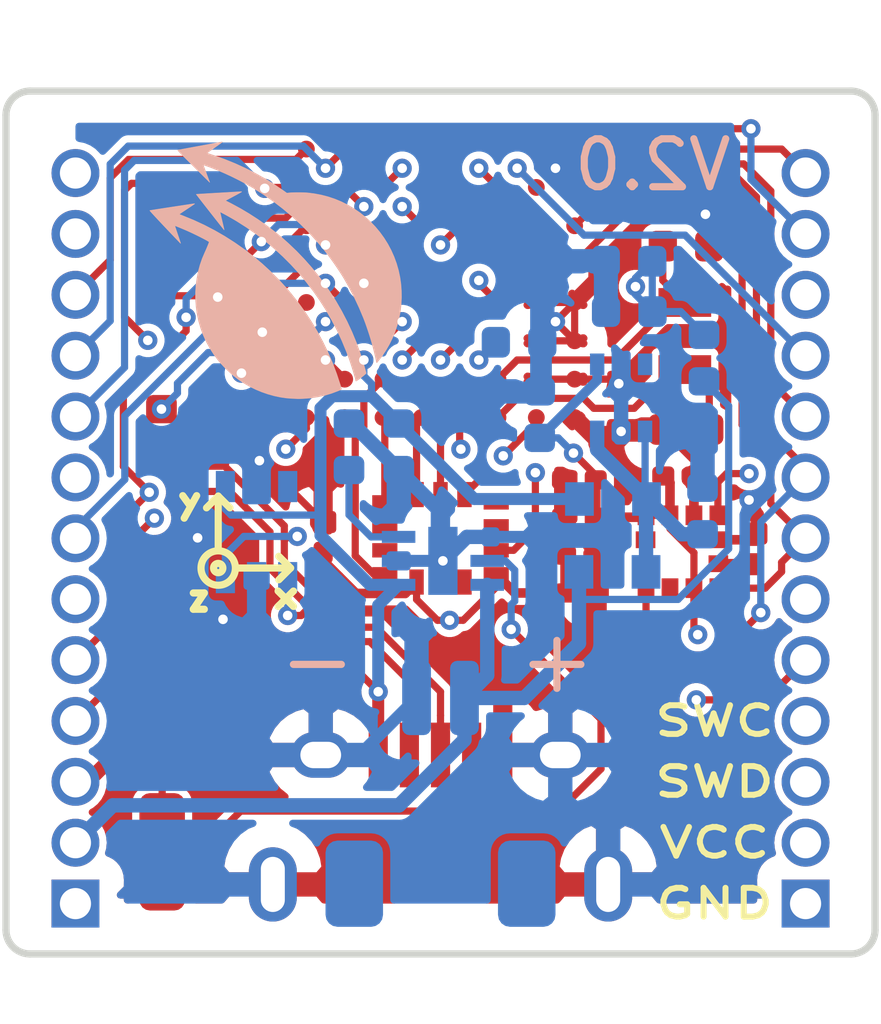
<source format=kicad_pcb>
(kicad_pcb (version 20171130) (host pcbnew "(5.1.4)-1")
  (layers (0 F.Cu signal) (1 In1.Cu signal) (2 In2.Cu signal) (31 B.Cu signal) (34 B.Paste user) (35 F.Paste user) (36 B.SilkS user) (37 F.SilkS user) (38 B.Mask user) (39 F.Mask user) (44 Edge.Cuts user))
  (net 0 "")
  (net 1 +BATT)
  (net 2 VBUS)
  (net 3 GND)
  (net 4 VCC)
  (net 5 "Net-(C5-Pad1)")
  (net 6 "Net-(C7-Pad1)")
  (net 7 "Net-(C8-Pad1)")
  (net 8 "Net-(D1-Pad1)")
  (net 9 "Net-(D1-Pad2)")
  (net 10 "Net-(D4-Pad2)")
  (net 11 "Net-(D6-Pad3)")
  (net 12 "Net-(J11-Pad4)")
  (net 13 /GPIO_P0.05)
  (net 14 /GPIO_P0.07)
  (net 15 /BATT_MEASURE)
  (net 16 "Net-(U1-Pad2)")
  (net 17 "Net-(U1-Pad3)")
  (net 18 /ICM_SPI_MISO)
  (net 19 /ICM_INT1)
  (net 20 /ICM_SPI_CS)
  (net 21 /ICM_SPI_SCK)
  (net 22 /ICM_SPI_MOSI)
  (net 23 /NFC2)
  (net 24 /SWDCLK)
  (net 25 /NFC1)
  (net 26 /SWDIO)
  (net 27 /GPIO_P0.25)
  (net 28 /GPIO_P0.18)
  (net 29 /GPIO_P0.30)
  (net 30 /GPIO_P0.28)
  (net 31 /GPIO_P0.31)
  (net 32 "Net-(R5-Pad2)")
  (net 33 "Net-(R6-Pad2)")
  (net 34 "Net-(U1-Pad10)")
  (net 35 "Net-(U1-Pad11)")
  (net 36 "Net-(U4-PadA6)")
  (net 37 /GPIO_P0.17)
  (net 38 /GPIO_P0.19)
  (net 39 /GPIO_P0.24)
  (net 40 /GPIO_P0.23)
  (net 41 /GPIO_P0.04)
  (net 42 "Net-(U4-PadC4)")
  (net 43 "Net-(U4-PadE3)")
  (net 44 "Net-(U4-PadG2)")
  (net 45 "Net-(U4-PadE1)")
  (net 46 "Net-(U4-PadE0)")
  (net 47 "Net-(D6-Pad5)")
  (net 48 "Net-(D6-Pad1)")
  (net 49 "Net-(U4-PadD4)")
  (net 50 "Net-(U4-PadD3)")
  (net 51 "Net-(U4-PadD1)")
  (net 52 "Net-(U4-PadD0)")
  (net 53 "Net-(U4-PadF2)")
  (net 54 "Net-(U4-PadF3)")
  (net 55 /GPIO_P1.01)
  (net 56 /GPIO_P1.04)
  (net 57 "Net-(U4-PadC0)")
  (net 58 "Net-(U4-PadC2)")
  (net 59 "Net-(R2-Pad1)")
  (net 60 "Net-(U4-PadE4)")
  (net 61 "Net-(U3-Pad5)")
  (net 62 "Net-(U4-PadB7)")
  (net 63 /GPIO_P0.03)
  (net 64 /ICM_INT2_FSYNC)
  (net 65 "Net-(C11-Pad1)")
  (net 66 "Net-(D4-Pad3)")
  (net 67 /I2C_SCL)
  (net 68 /I2C_SDA)
  (net 69 /LED_R)
  (net 70 /LED_G)
  (net 71 /LED_B)
  (net 72 /MAG_INT)
  (net 73 "Net-(U5-Pad11)")
  (net 74 "Net-(U5-Pad12)")
  (net 75 "Net-(U5-Pad2)")
  (net 76 "Net-(D4-Pad1)")
  (net 77 "Net-(U4-PadG3)")
  (module prints:USB_Micro-B (layer F.Cu) (at 9.07 15.2)
    (fp_text reference J11 hide)
    (fp_text value USB_B_Micro)
    (pad 1 smd rect (at -1.3 -1.35 90) (size 1.35 0.4) (layers F.Cu F.Paste F.Mask) (net 2 VBUS))
    (pad 2 smd rect (at -0.65 -1.35 90) (size 1.35 0.4) (layers F.Cu F.Paste F.Mask) (net 48 "Net-(D6-Pad1)"))
    (pad 3 smd rect (at 0 -1.35 90) (size 1.35 0.4) (layers F.Cu F.Paste F.Mask) (net 11 "Net-(D6-Pad3)"))
    (pad 4 smd rect (at 0.65 -1.35 90) (size 1.35 0.4) (layers F.Cu F.Paste F.Mask) (net 12 "Net-(J11-Pad4)"))
    (pad 5 smd rect (at 1.3 -1.35 90) (size 1.35 0.4) (layers F.Cu F.Paste F.Mask) (net 3 GND))
    (pad 6 thru_hole oval (at -2.5 -1.35 90) (size 0.95 1.25) (drill oval 0.55 0.85) (layers *.Cu *.Mask) (net 3 GND))
    (pad 6 thru_hole oval (at 2.5 -1.35 90) (size 0.95 1.25) (drill oval 0.55 0.85) (layers *.Cu *.Mask) (net 3 GND))
    (pad 6 thru_hole oval (at -3.5 1.35 90) (size 1.55 1) (drill oval 1.15 0.5) (layers *.Cu *.Mask) (net 3 GND))
    (pad 6 thru_hole oval (at 3.5 1.35 90) (size 1.55 1) (drill oval 1.15 0.5) (layers *.Cu *.Mask) (net 3 GND))
  )
  (module Capacitor_SMD:C_0402_1005Metric (layer B.Cu) (at 13.005 3.55 180)
    (fp_text reference C15 hide)
    (fp_text value 10nF hide)
    (pad 1 smd roundrect (at -0.485 0 180) (size 0.59 0.64) (layers B.Cu B.Paste B.Mask) (net 15 /BATT_MEASURE))
    (pad 2 smd roundrect (at 0.485 0 180) (size 0.59 0.64) (layers B.Cu B.Paste B.Mask) (net 3 GND))
  )
  (module prints:fiducial_1mm_2mm (layer F.Cu) (at 9.1 16.38)
    (fp_text reference REF** hide)
    (fp_text value fiducial_1mm_2mm)
    (pad "" smd circle (at -0.03 0) (size 1 1) (layers F.Cu F.Mask) (clearance 0.5))
  )
  (module Connector_PinHeader_1.27mm.pretty:PinHeader_1x13_P1.27mm_Vertical (layer B.Cu) (at 1.45 1.71 180)
    (fp_text reference J1 hide)
    (fp_text value Conn_01x13)
    (pad 1 thru_hole circle (at 0 0 180) (size 1 1) (drill 0.65) (layers *.Cu *.Mask) (net 25 /NFC1))
    (pad 2 thru_hole oval (at 0 -1.27 180) (size 1 1) (drill 0.65) (layers *.Cu *.Mask) (net 23 /NFC2))
    (pad 3 thru_hole oval (at 0 -2.54 180) (size 1 1) (drill 0.65) (layers *.Cu *.Mask) (net 55 /GPIO_P1.01))
    (pad 4 thru_hole oval (at 0 -3.81 180) (size 1 1) (drill 0.65) (layers *.Cu *.Mask) (net 56 /GPIO_P1.04))
    (pad 5 thru_hole oval (at 0 -5.08 180) (size 1 1) (drill 0.65) (layers *.Cu *.Mask) (net 27 /GPIO_P0.25))
    (pad 6 thru_hole oval (at 0 -6.35 180) (size 1 1) (drill 0.65) (layers *.Cu *.Mask) (net 38 /GPIO_P0.19))
    (pad 7 thru_hole oval (at 0 -7.62 180) (size 1 1) (drill 0.65) (layers *.Cu *.Mask) (net 37 /GPIO_P0.17))
    (pad 8 thru_hole oval (at 0 -8.89 180) (size 1 1) (drill 0.65) (layers *.Cu *.Mask) (net 41 /GPIO_P0.04))
    (pad 9 thru_hole oval (at 0 -10.16 180) (size 1 1) (drill 0.65) (layers *.Cu *.Mask) (net 28 /GPIO_P0.18))
    (pad 10 thru_hole oval (at 0 -11.43 180) (size 1 1) (drill 0.65) (layers *.Cu *.Mask) (net 14 /GPIO_P0.07))
    (pad 11 thru_hole oval (at 0 -12.7 180) (size 1 1) (drill 0.65) (layers *.Cu *.Mask) (net 2 VBUS))
    (pad 12 thru_hole oval (at 0 -13.97 180) (size 1 1) (drill 0.65) (layers *.Cu *.Mask) (net 1 +BATT))
    (pad 13 thru_hole rect (at 0 -15.24 180) (size 1 1) (drill 0.65) (layers *.Cu *.Mask) (net 3 GND))
  )
  (module Capacitor_SMD:C_0201_0603Metric (layer F.Cu) (at 11.99 8.11 180)
    (fp_text reference C12 hide)
    (fp_text value 0.1uF)
    (pad 2 smd roundrect (at 0.32 0 180) (size 0.46 0.4) (layers F.Cu F.Mask) (net 3 GND))
    (pad 1 smd roundrect (at -0.32 0 180) (size 0.46 0.4) (layers F.Cu F.Mask) (net 4 VCC))
  )
  (module prints:HSMF-C116 (layer F.Cu) (at 3.42 2.35 180)
    (fp_text reference D4 hide)
    (fp_text value CL-505S)
    (pad 3 smd rect (at 0.425 -0.425 180) (size 0.45 0.45) (layers F.Cu F.Paste F.Mask) (net 66 "Net-(D4-Pad3)"))
    (pad 4 smd rect (at 0.425 0.425 180) (size 0.45 0.45) (layers F.Cu F.Paste F.Mask) (net 4 VCC))
    (pad 1 smd rect (at -0.425 0.425 180) (size 0.45 0.45) (layers F.Cu F.Paste F.Mask) (net 76 "Net-(D4-Pad1)"))
    (pad 2 smd rect (at -0.425 -0.425 180) (size 0.45 0.45) (layers F.Cu F.Paste F.Mask) (net 10 "Net-(D4-Pad2)"))
  )
  (module Diode_SMD:D_SOD-523 (layer B.Cu) (at 12.66 10.03 180)
    (fp_text reference D2 hide)
    (fp_text value D)
    (pad 1 smd rect (at -0.7 0) (size 0.6 0.7) (layers B.Cu B.Paste B.Mask) (net 5 "Net-(C5-Pad1)"))
    (pad 2 smd rect (at 0.7 0) (size 0.6 0.7) (layers B.Cu B.Paste B.Mask) (net 1 +BATT))
  )
  (module Diode_SMD:D_SOD-523 (layer B.Cu) (at 12.67 8.51 180)
    (fp_text reference D3 hide)
    (fp_text value D)
    (pad 2 smd rect (at 0.7 0) (size 0.6 0.7) (layers B.Cu B.Paste B.Mask) (net 2 VBUS))
    (pad 1 smd rect (at -0.7 0) (size 0.6 0.7) (layers B.Cu B.Paste B.Mask) (net 5 "Net-(C5-Pad1)"))
  )
  (module prints:PQFN50P200X200X70-12N (layer F.Cu) (at 14.11 9.61 90)
    (fp_text reference U5 hide)
    (fp_text value LIS2MDL hide)
    (pad 1 smd rect (at -0.76 -0.75 90) (size 0.41 0.35) (layers F.Cu F.Paste F.Mask) (net 67 /I2C_SCL))
    (pad 2 smd rect (at -0.76 -0.25 90) (size 0.41 0.35) (layers F.Cu F.Paste F.Mask) (net 75 "Net-(U5-Pad2)"))
    (pad 3 smd rect (at -0.76 0.25 90) (size 0.41 0.35) (layers F.Cu F.Paste F.Mask) (net 4 VCC))
    (pad 4 smd rect (at -0.76 0.75 90) (size 0.41 0.35) (layers F.Cu F.Paste F.Mask) (net 68 /I2C_SDA))
    (pad 10 smd rect (at 0.76 -0.75 90) (size 0.41 0.35) (layers F.Cu F.Paste F.Mask) (net 4 VCC))
    (pad 9 smd rect (at 0.76 -0.25 90) (size 0.41 0.35) (layers F.Cu F.Paste F.Mask) (net 4 VCC))
    (pad 8 smd rect (at 0.76 0.25 90) (size 0.41 0.35) (layers F.Cu F.Paste F.Mask) (net 3 GND))
    (pad 7 smd rect (at 0.76 0.75 90) (size 0.41 0.35) (layers F.Cu F.Paste F.Mask) (net 72 /MAG_INT))
    (pad 12 smd rect (at -0.25 -0.76 180) (size 0.41 0.35) (layers F.Cu F.Paste F.Mask) (net 74 "Net-(U5-Pad12)"))
    (pad 11 smd rect (at 0.25 -0.76 180) (size 0.41 0.35) (layers F.Cu F.Paste F.Mask) (net 73 "Net-(U5-Pad11)"))
    (pad 5 smd rect (at -0.25 0.76 180) (size 0.41 0.35) (layers F.Cu F.Paste F.Mask) (net 65 "Net-(C11-Pad1)"))
    (pad 6 smd rect (at 0.25 0.76 180) (size 0.41 0.35) (layers F.Cu F.Paste F.Mask) (net 3 GND))
  )
  (module prints:ICM-42605 (layer F.Cu) (at 9.07 9.33)
    (fp_text reference U1 hide)
    (fp_text value ICM-42605)
    (pad 14 smd trapezoid (at -0.5 -0.9125) (size 0.3 0.525) (layers F.Cu F.Paste F.Mask) (net 22 /ICM_SPI_MOSI))
    (pad 13 smd trapezoid (at 0 -0.9125) (size 0.3 0.525) (layers F.Cu F.Paste F.Mask) (net 21 /ICM_SPI_SCK))
    (pad 12 smd trapezoid (at 0.5 -0.9125) (size 0.3 0.525) (layers F.Cu F.Paste F.Mask) (net 20 /ICM_SPI_CS))
    (pad 7 smd trapezoid (at 0.5 0.9125) (size 0.3 0.525) (layers F.Cu F.Paste F.Mask) (net 3 GND))
    (pad 5 smd trapezoid (at -0.5 0.9125) (size 0.3 0.525) (layers F.Cu F.Paste F.Mask) (net 4 VCC))
    (pad 6 smd trapezoid (at 0 0.9125) (size 0.3 0.525) (layers F.Cu F.Paste F.Mask) (net 3 GND))
    (pad 9 smd trapezoid (at 1.1625 0.25) (size 0.525 0.3) (layers F.Cu F.Paste F.Mask) (net 64 /ICM_INT2_FSYNC))
    (pad 8 smd trapezoid (at 1.1625 0.75) (size 0.525 0.3) (layers F.Cu F.Paste F.Mask) (net 4 VCC))
    (pad 10 smd trapezoid (at 1.1625 -0.25) (size 0.525 0.3) (layers F.Cu F.Paste F.Mask) (net 34 "Net-(U1-Pad10)"))
    (pad 11 smd trapezoid (at 1.1625 -0.75) (size 0.525 0.3) (layers F.Cu F.Paste F.Mask) (net 35 "Net-(U1-Pad11)"))
    (pad 4 smd trapezoid (at -1.1625 0.75) (size 0.525 0.3) (layers F.Cu F.Paste F.Mask) (net 19 /ICM_INT1))
    (pad 3 smd trapezoid (at -1.1625 0.25) (size 0.525 0.3) (layers F.Cu F.Paste F.Mask) (net 17 "Net-(U1-Pad3)"))
    (pad 2 smd trapezoid (at -1.1625 -0.25) (size 0.525 0.3) (layers F.Cu F.Paste F.Mask) (net 16 "Net-(U1-Pad2)"))
    (pad 1 smd trapezoid (at -1.1625 -0.75) (size 0.525 0.3) (layers F.Cu F.Paste F.Mask) (net 18 /ICM_SPI_MISO))
  )
  (module Resistor_SMD:R_0201_0603Metric (layer F.Cu) (at 3 3.95 270)
    (fp_text reference R4 hide)
    (fp_text value 360R)
    (pad 2 smd roundrect (at 0.32 0 270) (size 0.46 0.4) (layers F.Cu F.Mask) (net 70 /LED_G))
    (pad 1 smd roundrect (at -0.32 0 270) (size 0.46 0.4) (layers F.Cu F.Mask) (net 66 "Net-(D4-Pad3)"))
  )
  (module Capacitor_SMD:C_0201_0603Metric (layer F.Cu) (at 15.62 9.55 90)
    (fp_text reference C11 hide)
    (fp_text value 220nF)
    (pad 2 smd roundrect (at 0.32 0 90) (size 0.46 0.4) (layers F.Cu F.Mask) (net 3 GND))
    (pad 1 smd roundrect (at -0.32 0 90) (size 0.46 0.4) (layers F.Cu F.Mask) (net 65 "Net-(C11-Pad1)"))
  )
  (module Capacitor_SMD:C_0201_0603Metric (layer F.Cu) (at 14.04 8.03 180)
    (fp_text reference C14 hide)
    (fp_text value 10nF)
    (pad 2 smd roundrect (at 0.32 0 180) (size 0.46 0.4) (layers F.Cu F.Mask) (net 4 VCC))
    (pad 1 smd roundrect (at -0.32 0 180) (size 0.46 0.4) (layers F.Cu F.Mask) (net 3 GND))
  )
  (module Capacitor_SMD:C_0201_0603Metric (layer F.Cu) (at 11.99 8.89)
    (fp_text reference C13 hide)
    (fp_text value 0.1uF)
    (pad 2 smd roundrect (at 0.32 0) (size 0.46 0.4) (layers F.Cu F.Mask) (net 4 VCC))
    (pad 1 smd roundrect (at -0.32 0) (size 0.46 0.4) (layers F.Cu F.Mask) (net 3 GND))
  )
  (module Capacitor_SMD:C_0201_0603Metric (layer F.Cu) (at 11.99 9.68)
    (fp_text reference C3 hide)
    (fp_text value 2.2uF)
    (pad 2 smd roundrect (at 0.32 0) (size 0.46 0.4) (layers F.Cu F.Mask) (net 3 GND))
    (pad 1 smd roundrect (at -0.32 0) (size 0.46 0.4) (layers F.Cu F.Mask) (net 4 VCC))
  )
  (module Capacitor_SMD:C_0201_0603Metric (layer F.Cu) (at 11.99 10.47)
    (fp_text reference C4 hide)
    (fp_text value 0.1uF)
    (pad 1 smd roundrect (at -0.32 0) (size 0.46 0.4) (layers F.Cu F.Mask) (net 4 VCC))
    (pad 2 smd roundrect (at 0.32 0) (size 0.46 0.4) (layers F.Cu F.Mask) (net 3 GND))
  )
  (module Package_TO_SOT_SMD:SOT-553 (layer B.Cu) (at 12.84 6.4 90)
    (fp_text reference U3 hide)
    (fp_text value TCR2E)
    (pad 4 smd rect (at 0.7 -0.5 90) (size 0.45 0.3) (layers B.Cu B.Paste B.Mask) (net 4 VCC))
    (pad 2 smd rect (at -0.7 0 90) (size 0.45 0.3) (layers B.Cu B.Paste B.Mask) (net 3 GND))
    (pad 5 smd rect (at 0.7 0.5 90) (size 0.45 0.3) (layers B.Cu B.Paste B.Mask) (net 61 "Net-(U3-Pad5)"))
    (pad 3 smd rect (at -0.7 -0.5 90) (size 0.45 0.3) (layers B.Cu B.Paste B.Mask) (net 5 "Net-(C5-Pad1)"))
    (pad 1 smd rect (at -0.7 0.5 90) (size 0.45 0.3) (layers B.Cu B.Paste B.Mask) (net 5 "Net-(C5-Pad1)"))
  )
  (module Connector_PinHeader_1.27mm.pretty:PinHeader_1x13_P1.27mm_Vertical (layer B.Cu) (at 16.69 1.71 180)
    (fp_text reference J2 hide)
    (fp_text value Conn_01x13)
    (pad 1 thru_hole circle (at 0 0 180) (size 1 1) (drill 0.65) (layers *.Cu *.Mask) (net 63 /GPIO_P0.03))
    (pad 2 thru_hole oval (at 0 -1.27 180) (size 1 1) (drill 0.65) (layers *.Cu *.Mask) (net 40 /GPIO_P0.23))
    (pad 3 thru_hole oval (at 0 -2.54 180) (size 1 1) (drill 0.65) (layers *.Cu *.Mask) (net 39 /GPIO_P0.24))
    (pad 4 thru_hole oval (at 0 -3.81 180) (size 1 1) (drill 0.65) (layers *.Cu *.Mask) (net 29 /GPIO_P0.30))
    (pad 5 thru_hole oval (at 0 -5.08 180) (size 1 1) (drill 0.65) (layers *.Cu *.Mask) (net 30 /GPIO_P0.28))
    (pad 6 thru_hole oval (at 0 -6.35 180) (size 1 1) (drill 0.65) (layers *.Cu *.Mask) (net 67 /I2C_SCL))
    (pad 7 thru_hole oval (at 0 -7.62 180) (size 1 1) (drill 0.65) (layers *.Cu *.Mask) (net 68 /I2C_SDA))
    (pad 8 thru_hole oval (at 0 -8.89 180) (size 1 1) (drill 0.65) (layers *.Cu *.Mask) (net 13 /GPIO_P0.05))
    (pad 9 thru_hole oval (at 0 -10.16 180) (size 1 1) (drill 0.65) (layers *.Cu *.Mask) (net 31 /GPIO_P0.31))
    (pad 10 thru_hole oval (at 0 -11.43 180) (size 1 1) (drill 0.65) (layers *.Cu *.Mask) (net 24 /SWDCLK))
    (pad 11 thru_hole oval (at 0 -12.7 180) (size 1 1) (drill 0.65) (layers *.Cu *.Mask) (net 26 /SWDIO))
    (pad 12 thru_hole oval (at 0 -13.97 180) (size 1 1) (drill 0.65) (layers *.Cu *.Mask) (net 4 VCC))
    (pad 13 thru_hole rect (at 0 -15.24 180) (size 1 1) (drill 0.65) (layers *.Cu *.Mask) (net 3 GND))
  )
  (module prints:iotera (layer B.Cu) (at 5.63 3.74 180)
    (fp_text reference G*** hide)
    (fp_text value LOGO hide)
  )
  (module Package_DFN_QFN:DFN-6-1EP_2x2mm_P0.5mm_EP0.61x1.42mm (layer B.Cu) (at 9.12 9.8 180)
    (fp_text reference U2 hide)
    (fp_text value LTC4065)
    (pad 7 smd rect (at 0 0 180) (size 0.61 1.42) (layers B.Cu B.Mask) (net 3 GND))
    (pad 6 smd rect (at 0.925 0.5 180) (size 0.7 0.25) (layers B.Cu B.Paste B.Mask) (net 59 "Net-(R2-Pad1)"))
    (pad 5 smd rect (at 0.925 0 180) (size 0.7 0.25) (layers B.Cu B.Paste B.Mask) (net 3 GND))
    (pad 4 smd rect (at 0.925 -0.5 180) (size 0.7 0.25) (layers B.Cu B.Paste B.Mask) (net 2 VBUS))
    (pad 3 smd rect (at -0.925 -0.5 180) (size 0.7 0.25) (layers B.Cu B.Paste B.Mask) (net 1 +BATT))
    (pad 2 smd rect (at -0.925 0 180) (size 0.7 0.25) (layers B.Cu B.Paste B.Mask) (net 8 "Net-(D1-Pad1)"))
    (pad 1 smd rect (at -0.925 0.5 180) (size 0.7 0.25) (layers B.Cu B.Paste B.Mask) (net 3 GND))
  )
  (module Package_TO_SOT_SMD:SOT-353_SC-70-5 (layer B.Cu) (at 5.23 9.2 90)
    (fp_text reference D6 hide)
    (fp_text value SP0504BAJT)
    (pad 5 smd rect (at 0.95 0.65 90) (size 0.65 0.4) (layers B.Cu B.Paste B.Mask) (net 47 "Net-(D6-Pad5)"))
    (pad 4 smd rect (at 0.95 -0.65 90) (size 0.65 0.4) (layers B.Cu B.Paste B.Mask) (net 2 VBUS))
    (pad 2 smd rect (at -0.95 0 90) (size 0.65 0.4) (layers B.Cu B.Paste B.Mask) (net 3 GND))
    (pad 3 smd rect (at -0.95 -0.65 90) (size 0.65 0.4) (layers B.Cu B.Paste B.Mask) (net 11 "Net-(D6-Pad3)"))
    (pad 1 smd rect (at -0.95 0.65 90) (size 0.65 0.4) (layers B.Cu B.Paste B.Mask) (net 48 "Net-(D6-Pad1)"))
  )
  (module Crystal.pretty:Crystal_SMD_2012-2Pin_2.0x1.2mm (layer F.Cu) (at 14.17 5.11 270)
    (fp_text reference Y1 hide)
    (fp_text value Crystal_Small)
    (pad 2 smd rect (at 0.7 0 270) (size 0.6 1.1) (layers F.Cu F.Paste F.Mask) (net 7 "Net-(C8-Pad1)"))
    (pad 1 smd rect (at -0.7 0 270) (size 0.6 1.1) (layers F.Cu F.Paste F.Mask) (net 6 "Net-(C7-Pad1)"))
  )
  (module LED_SMD:LED_0603_1608Metric (layer F.Cu) (at 3.26 15.87 90)
    (fp_text reference D1 hide)
    (fp_text value "Red LED")
    (pad 1 smd roundrect (at -0.7875 0 90) (size 0.875 0.95) (layers F.Cu F.Paste F.Mask) (net 8 "Net-(D1-Pad1)"))
    (pad 2 smd roundrect (at 0.7875 0 90) (size 0.875 0.95) (layers F.Cu F.Paste F.Mask) (net 9 "Net-(D1-Pad2)"))
  )
  (module Connector_JST.pretty:JST_SH_SM02B-SRSS-TB_1x02-1MP_P1.00mm_Horizontal (layer B.Cu) (at 9.07 14.66 180)
    (fp_text reference J3 hide)
    (fp_text value "Battery Connector")
    (pad MP smd roundrect (at 1.8 -1.875 180) (size 1.2 1.8) (layers B.Cu B.Mask) (roundrect_rratio 0.208))
    (pad MP smd roundrect (at -1.8 -1.875 180) (size 1.2 1.8) (layers B.Cu B.Mask) (roundrect_rratio 0.208))
    (pad 2 smd roundrect (at 0.5 2 180) (size 0.6 1.55) (layers B.Cu B.Mask) (net 3 GND))
    (pad 1 smd roundrect (at -0.5 2 180) (size 0.6 1.55) (layers B.Cu B.Mask) (net 1 +BATT))
  )
  (module prints:BC840 (layer F.Cu) (at 9.07 4.01)
    (fp_text reference U4 hide)
    (fp_text value BC840)
    (pad H7 smd circle (at 2.8 2.8) (size 0.35 0.35) (layers F.Cu F.Paste F.Mask) (net 3 GND))
    (pad G7 smd circle (at 2 2.8) (size 0.35 0.35) (layers F.Cu F.Paste F.Mask) (net 13 /GPIO_P0.05))
    (pad F7 smd circle (at 1.2 2.8) (size 0.35 0.35) (layers F.Cu F.Paste F.Mask) (net 7 "Net-(C8-Pad1)"))
    (pad E7 smd circle (at 0.4 2.8) (size 0.35 0.35) (layers F.Cu F.Paste F.Mask) (net 41 /GPIO_P0.04))
    (pad D7 smd circle (at -0.4 2.8) (size 0.35 0.35) (layers F.Cu F.Paste F.Mask) (net 22 /ICM_SPI_MOSI))
    (pad C7 smd circle (at -1.2 2.8) (size 0.35 0.35) (layers F.Cu F.Paste F.Mask) (net 18 /ICM_SPI_MISO))
    (pad B7 smd circle (at -2 2.8) (size 0.35 0.35) (layers F.Cu F.Paste F.Mask) (net 62 "Net-(U4-PadB7)"))
    (pad A7 smd circle (at -2.8 2.8) (size 0.35 0.35) (layers F.Cu F.Paste F.Mask) (net 4 VCC))
    (pad H6 smd circle (at 2.8 2) (size 0.35 0.35) (layers F.Cu F.Paste F.Mask) (net 3 GND))
    (pad G6 smd circle (at 2 2) (size 0.35 0.35) (layers F.Cu F.Paste F.Mask) (net 3 GND))
    (pad F6 smd circle (at 1.2 2) (size 0.35 0.35) (layers F.Cu F.Paste F.Mask) (net 6 "Net-(C7-Pad1)"))
    (pad E6 smd circle (at 0.4 2) (size 0.35 0.35) (layers F.Cu F.Paste F.Mask) (net 20 /ICM_SPI_CS))
    (pad D6 smd circle (at -0.4 2) (size 0.35 0.35) (layers F.Cu F.Paste F.Mask) (net 21 /ICM_SPI_SCK))
    (pad C6 smd circle (at -1.2 2) (size 0.35 0.35) (layers F.Cu F.Paste F.Mask) (net 19 /ICM_INT1))
    (pad B6 smd circle (at -2 2) (size 0.35 0.35) (layers F.Cu F.Paste F.Mask) (net 14 /GPIO_P0.07))
    (pad A6 smd circle (at -2.8 2) (size 0.35 0.35) (layers F.Cu F.Paste F.Mask) (net 36 "Net-(U4-PadA6)"))
    (pad H5 smd circle (at 2.8 1.2) (size 0.35 0.35) (layers F.Cu F.Paste F.Mask) (net 3 GND))
    (pad G5 smd circle (at 2 1.2) (size 0.35 0.35) (layers F.Cu F.Paste F.Mask) (net 3 GND))
    (pad F5 smd circle (at 1.2 1.2) (size 0.35 0.35) (layers F.Cu F.Paste F.Mask) (net 4 VCC))
    (pad E5 smd circle (at 0.4 1.2) (size 0.35 0.35) (layers F.Cu F.Paste F.Mask) (net 31 /GPIO_P0.31))
    (pad D5 smd circle (at -0.4 1.2) (size 0.35 0.35) (layers F.Cu F.Paste F.Mask) (net 64 /ICM_INT2_FSYNC))
    (pad C5 smd circle (at -1.2 1.2) (size 0.35 0.35) (layers F.Cu F.Paste F.Mask) (net 72 /MAG_INT))
    (pad B5 smd circle (at -2 1.2) (size 0.35 0.35) (layers F.Cu F.Paste F.Mask) (net 2 VBUS))
    (pad A5 smd circle (at -2.8 1.2) (size 0.35 0.35) (layers F.Cu F.Paste F.Mask) (net 33 "Net-(R6-Pad2)"))
    (pad H4 smd circle (at 2.8 0.4) (size 0.35 0.35) (layers F.Cu F.Paste F.Mask) (net 3 GND))
    (pad G4 smd circle (at 2 0.4) (size 0.35 0.35) (layers F.Cu F.Paste F.Mask) (net 3 GND))
    (pad F4 smd circle (at 1.2 0.4) (size 0.35 0.35) (layers F.Cu F.Paste F.Mask) (net 15 /BATT_MEASURE))
    (pad E4 smd circle (at 0.4 0.4) (size 0.35 0.35) (layers F.Cu F.Paste F.Mask) (net 60 "Net-(U4-PadE4)"))
    (pad D4 smd circle (at -0.4 0.4) (size 0.35 0.35) (layers F.Cu F.Paste F.Mask) (net 49 "Net-(U4-PadD4)"))
    (pad C4 smd circle (at -1.2 0.4) (size 0.35 0.35) (layers F.Cu F.Paste F.Mask) (net 42 "Net-(U4-PadC4)"))
    (pad B4 smd circle (at -2 0.4) (size 0.35 0.35) (layers F.Cu F.Paste F.Mask) (net 28 /GPIO_P0.18))
    (pad A4 smd circle (at -2.8 0.4) (size 0.35 0.35) (layers F.Cu F.Paste F.Mask) (net 32 "Net-(R5-Pad2)"))
    (pad H3 smd circle (at 2.8 -0.4) (size 0.35 0.35) (layers F.Cu F.Paste F.Mask) (net 68 /I2C_SDA))
    (pad G3 smd circle (at 2 -0.4) (size 0.35 0.35) (layers F.Cu F.Paste F.Mask) (net 77 "Net-(U4-PadG3)"))
    (pad F3 smd circle (at 1.2 -0.4) (size 0.35 0.35) (layers F.Cu F.Paste F.Mask) (net 54 "Net-(U4-PadF3)"))
    (pad E3 smd circle (at 0.4 -0.4) (size 0.35 0.35) (layers F.Cu F.Paste F.Mask) (net 43 "Net-(U4-PadE3)"))
    (pad D3 smd circle (at -0.4 -0.4 90) (size 0.35 0.35) (layers F.Cu F.Paste F.Mask) (net 50 "Net-(U4-PadD3)"))
    (pad C3 smd circle (at -1.2 -0.4) (size 0.35 0.35) (layers F.Cu F.Paste F.Mask) (net 69 /LED_R))
    (pad B3 smd circle (at -2 -0.4) (size 0.35 0.35) (layers F.Cu F.Paste F.Mask) (net 70 /LED_G))
    (pad A3 smd circle (at -2.8 -0.4) (size 0.35 0.35) (layers F.Cu F.Paste F.Mask) (net 37 /GPIO_P0.17))
    (pad H2 smd circle (at 2.8 -1.2) (size 0.35 0.35) (layers F.Cu F.Paste F.Mask) (net 67 /I2C_SCL))
    (pad G2 smd circle (at 2 -1.2) (size 0.35 0.35) (layers F.Cu F.Paste F.Mask) (net 44 "Net-(U4-PadG2)"))
    (pad F2 smd circle (at 1.2 -1.2) (size 0.35 0.35) (layers F.Cu F.Paste F.Mask) (net 53 "Net-(U4-PadF2)"))
    (pad E2 smd circle (at 0.4 -1.2) (size 0.35 0.35) (layers F.Cu F.Paste F.Mask) (net 23 /NFC2))
    (pad D2 smd circle (at -0.4 -1.2) (size 0.35 0.35) (layers F.Cu F.Paste F.Mask) (net 25 /NFC1))
    (pad C2 smd circle (at -1.2 -1.2) (size 0.35 0.35) (layers F.Cu F.Paste F.Mask) (net 58 "Net-(U4-PadC2)"))
    (pad B2 smd circle (at -2 -1.2) (size 0.35 0.35) (layers F.Cu F.Paste F.Mask) (net 71 /LED_B))
    (pad A2 smd circle (at -2.8 -1.2) (size 0.35 0.35) (layers F.Cu F.Paste F.Mask) (net 38 /GPIO_P0.19))
    (pad H1 smd circle (at 2.8 -2) (size 0.35 0.35) (layers F.Cu F.Paste F.Mask) (net 30 /GPIO_P0.28))
    (pad G1 smd circle (at 2 -2) (size 0.35 0.35) (layers F.Cu F.Paste F.Mask) (net 29 /GPIO_P0.30))
    (pad F1 smd circle (at 1.2 -2) (size 0.35 0.35) (layers F.Cu F.Paste F.Mask) (net 39 /GPIO_P0.24))
    (pad E1 smd circle (at 0.4 -2) (size 0.35 0.35) (layers F.Cu F.Paste F.Mask) (net 45 "Net-(U4-PadE1)"))
    (pad D1 smd circle (at -0.4 -2) (size 0.35 0.35) (layers F.Cu F.Paste F.Mask) (net 51 "Net-(U4-PadD1)"))
    (pad C1 smd circle (at -1.2 -2) (size 0.35 0.35) (layers F.Cu F.Paste F.Mask) (net 24 /SWDCLK))
    (pad B1 smd circle (at -2 -2) (size 0.35 0.35) (layers F.Cu F.Paste F.Mask) (net 26 /SWDIO))
    (pad A1 smd circle (at -2.8 -2) (size 0.35 0.35) (layers F.Cu F.Paste F.Mask) (net 27 /GPIO_P0.25))
    (pad H0 smd circle (at 2.8 -2.8) (size 0.35 0.35) (layers F.Cu F.Paste F.Mask) (net 63 /GPIO_P0.03))
    (pad G0 smd circle (at 2 -2.8) (size 0.35 0.35) (layers F.Cu F.Paste F.Mask) (net 3 GND))
    (pad F0 smd circle (at 1.2 -2.8) (size 0.35 0.35) (layers F.Cu F.Paste F.Mask) (net 40 /GPIO_P0.23))
    (pad E0 smd circle (at 0.4 -2.8) (size 0.35 0.35) (layers F.Cu F.Paste F.Mask) (net 46 "Net-(U4-PadE0)"))
    (pad D0 smd circle (at -0.4 -2.8) (size 0.35 0.35) (layers F.Cu F.Paste F.Mask) (net 52 "Net-(U4-PadD0)"))
    (pad C0 smd circle (at -1.2 -2.8) (size 0.35 0.35) (layers F.Cu F.Paste F.Mask) (net 57 "Net-(U4-PadC0)"))
    (pad B0 smd circle (at -2 -2.8) (size 0.35 0.35) (layers F.Cu F.Paste F.Mask) (net 56 /GPIO_P1.04))
    (pad A0 smd circle (at -2.8 -2.8) (size 0.35 0.35) (layers F.Cu F.Paste F.Mask) (net 55 /GPIO_P1.01))
  )
  (module Resistor_SMD:R_0201_0603Metric (layer F.Cu) (at 4.61 2.33 270)
    (fp_text reference R11 hide)
    (fp_text value 180R)
    (pad 2 smd roundrect (at 0.32 0 270) (size 0.46 0.4) (layers F.Cu F.Mask) (net 71 /LED_B))
    (pad 1 smd roundrect (at -0.32 0 270) (size 0.46 0.4) (layers F.Cu F.Mask) (net 76 "Net-(D4-Pad1)"))
  )
  (module Resistor_SMD:R_0201_0603Metric (layer F.Cu) (at 4.17 3.57)
    (fp_text reference R3 hide)
    (fp_text value 1K)
    (pad 2 smd roundrect (at 0.32 0) (size 0.46 0.4) (layers F.Cu F.Mask) (net 69 /LED_R))
    (pad 1 smd roundrect (at -0.32 0) (size 0.46 0.4) (layers F.Cu F.Mask) (net 10 "Net-(D4-Pad2)"))
  )
  (module Capacitor_SMD:C_0201_0603Metric (layer F.Cu) (at 6.62 9.31 90)
    (fp_text reference C2 hide)
    (fp_text value 10nF)
    (pad 2 smd roundrect (at 0.32 0 90) (size 0.46 0.4) (layers F.Cu F.Mask) (net 3 GND))
    (pad 1 smd roundrect (at -0.32 0 90) (size 0.46 0.4) (layers F.Cu F.Mask) (net 4 VCC))
  )
  (module Capacitor_SMD:C_0402_1005Metric (layer B.Cu) (at 14.54 8.76 90)
    (fp_text reference C5 hide)
    (fp_text value 0.1uF)
    (pad 1 smd roundrect (at -0.485 0 90) (size 0.59 0.64) (layers B.Cu B.Paste B.Mask) (net 5 "Net-(C5-Pad1)"))
    (pad 2 smd roundrect (at 0.485 0 90) (size 0.59 0.64) (layers B.Cu B.Paste B.Mask) (net 3 GND))
  )
  (module Capacitor_SMD:C_0402_1005Metric (layer B.Cu) (at 11.14 6.75 90)
    (fp_text reference C6 hide)
    (fp_text value 1uF)
    (pad 2 smd roundrect (at 0.485 0 90) (size 0.59 0.64) (layers B.Cu B.Paste B.Mask) (net 3 GND))
    (pad 1 smd roundrect (at -0.485 0 90) (size 0.59 0.64) (layers B.Cu B.Paste B.Mask) (net 4 VCC))
  )
  (module Capacitor_SMD:C_0402_1005Metric (layer F.Cu) (at 14.195 3.235)
    (fp_text reference C7 hide)
    (fp_text value 12pF)
    (pad 1 smd roundrect (at -0.485 0) (size 0.59 0.64) (layers F.Cu F.Paste F.Mask) (net 6 "Net-(C7-Pad1)"))
    (pad 2 smd roundrect (at 0.485 0) (size 0.59 0.64) (layers F.Cu F.Paste F.Mask) (net 3 GND))
  )
  (module Capacitor_SMD:C_0402_1005Metric (layer F.Cu) (at 14.195 7.06 180)
    (fp_text reference C8 hide)
    (fp_text value 12pF)
    (pad 2 smd roundrect (at 0.485 0 180) (size 0.59 0.64) (layers F.Cu F.Paste F.Mask) (net 3 GND))
    (pad 1 smd roundrect (at -0.485 0 180) (size 0.59 0.64) (layers F.Cu F.Paste F.Mask) (net 7 "Net-(C8-Pad1)"))
  )
  (module Capacitor_SMD:C_0402_1005Metric (layer B.Cu) (at 10.71 5.24)
    (fp_text reference C9 hide)
    (fp_text value 10uF)
    (pad 1 smd roundrect (at -0.485 0) (size 0.59 0.64) (layers B.Cu B.Paste B.Mask) (net 4 VCC))
    (pad 2 smd roundrect (at 0.485 0) (size 0.59 0.64) (layers B.Cu B.Paste B.Mask) (net 3 GND))
  )
  (module Capacitor_SMD:C_0402_1005Metric (layer F.Cu) (at 3.26 11.37 90)
    (fp_text reference C10 hide)
    (fp_text value 10uF)
    (pad 1 smd roundrect (at -0.485 0 90) (size 0.59 0.64) (layers F.Cu F.Paste F.Mask) (net 2 VBUS))
    (pad 2 smd roundrect (at 0.485 0 90) (size 0.59 0.64) (layers F.Cu F.Paste F.Mask) (net 3 GND))
  )
  (module Capacitor_SMD:C_0402_1005Metric (layer B.Cu) (at 8.2 7.42 270)
    (fp_text reference C1 hide)
    (fp_text value 1uF)
    (pad 1 smd roundrect (at -0.485 0 270) (size 0.59 0.64) (layers B.Cu B.Paste B.Mask) (net 2 VBUS))
    (pad 2 smd roundrect (at 0.485 0 270) (size 0.59 0.64) (layers B.Cu B.Paste B.Mask) (net 3 GND))
  )
  (module Resistor_SMD:R_0402_1005Metric (layer B.Cu) (at 14.57 5.57 90)
    (fp_text reference R9 hide)
    (fp_text value 10K)
    (pad 2 smd roundrect (at 0.485 0 90) (size 0.59 0.64) (layers B.Cu B.Paste B.Mask) (net 15 /BATT_MEASURE))
    (pad 1 smd roundrect (at -0.485 0 90) (size 0.59 0.64) (layers B.Cu B.Paste B.Mask) (net 1 +BATT))
  )
  (module Resistor_SMD:R_0402_1005Metric (layer B.Cu) (at 13.01 4.6 180)
    (fp_text reference R10 hide)
    (fp_text value 22K)
    (pad 2 smd roundrect (at 0.485 0 180) (size 0.59 0.64) (layers B.Cu B.Paste B.Mask) (net 3 GND))
    (pad 1 smd roundrect (at -0.485 0 180) (size 0.59 0.64) (layers B.Cu B.Paste B.Mask) (net 15 /BATT_MEASURE))
  )
  (module Resistor_SMD:R_0402_1005Metric (layer F.Cu) (at 3.245 7.12 90)
    (fp_text reference R6 hide)
    (fp_text value 27R)
    (pad 2 smd roundrect (at 0.485 0 90) (size 0.59 0.64) (layers F.Cu F.Paste F.Mask) (net 33 "Net-(R6-Pad2)"))
    (pad 1 smd roundrect (at -0.485 0 90) (size 0.59 0.64) (layers F.Cu F.Paste F.Mask) (net 48 "Net-(D6-Pad1)"))
  )
  (module Resistor_SMD:R_0402_1005Metric (layer F.Cu) (at 3.26 13.34 90)
    (fp_text reference R1 hide)
    (fp_text value 510R)
    (pad 1 smd roundrect (at -0.485 0 90) (size 0.59 0.64) (layers F.Cu F.Paste F.Mask) (net 9 "Net-(D1-Pad2)"))
    (pad 2 smd roundrect (at 0.485 0 90) (size 0.59 0.64) (layers F.Cu F.Paste F.Mask) (net 2 VBUS))
  )
  (module Resistor_SMD:R_0402_1005Metric (layer B.Cu) (at 7.16 7.42 90)
    (fp_text reference R2 hide)
    (fp_text value 10K)
    (pad 2 smd roundrect (at 0.485 0 90) (size 0.59 0.64) (layers B.Cu B.Paste B.Mask) (net 3 GND))
    (pad 1 smd roundrect (at -0.485 0 90) (size 0.59 0.64) (layers B.Cu B.Paste B.Mask) (net 59 "Net-(R2-Pad1)"))
  )
  (module Resistor_SMD:R_0402_1005Metric (layer F.Cu) (at 4.345 7.12 90)
    (fp_text reference R5 hide)
    (fp_text value 27R)
    (pad 1 smd roundrect (at -0.485 0 90) (size 0.59 0.64) (layers F.Cu F.Paste F.Mask) (net 11 "Net-(D6-Pad3)"))
    (pad 2 smd roundrect (at 0.485 0 90) (size 0.59 0.64) (layers F.Cu F.Paste F.Mask) (net 32 "Net-(R5-Pad2)"))
  )
  (gr_text V2.0 (at 13.5 1.54) (layer B.SilkS) (effects (font (size 1 1)) (justify mirror)))
  (gr_line (start 6 11.96) (end 7 11.96) (layer B.SilkS) (width 0.15))
  (gr_line (start 11.5 12.46) (end 11.5 11.46) (layer B.SilkS) (width 0.15))
  (gr_line (start 11 11.96) (end 12 11.96) (layer B.SilkS) (width 0.15))
  (gr_circle (center 4.43 9.95) (end 4.45 9.96) (layer F.SilkS) (width 0.15))
  (gr_line (start 4.43 8.45) (end 4.674 8.694) (layer F.SilkS) (width 0.15))
  (gr_line (start 4.43 9.59) (end 4.43 8.45) (layer F.SilkS) (width 0.15))
  (gr_line (start 4.186 8.694) (end 4.43 8.45) (layer F.SilkS) (width 0.15))
  (gr_line (start 5.696 9.706) (end 5.94 9.95) (layer F.SilkS) (width 0.15))
  (gr_line (start 6 10.75) (end 5.68 10.43) (layer F.SilkS) (width 0.15))
  (gr_line (start 3.91 10.81) (end 4.14 10.47) (layer F.SilkS) (width 0.15))
  (gr_line (start 3.91 10.47) (end 4.14 10.47) (layer F.SilkS) (width 0.15))
  (gr_line (start 3.91 10.81) (end 4.14 10.81) (layer F.SilkS) (width 0.15))
  (gr_line (start 5.68 10.75) (end 6 10.43) (layer F.SilkS) (width 0.15))
  (gr_line (start 3.98 8.44) (end 3.72 8.91) (layer F.SilkS) (width 0.15))
  (gr_line (start 3.69 8.44) (end 3.82 8.62) (layer F.SilkS) (width 0.15))
  (gr_circle (center 4.43 9.95) (end 4.684 10.204) (layer F.SilkS) (width 0.15))
  (gr_line (start 5.94 9.95) (end 5.696 10.194) (layer F.SilkS) (width 0.15))
  (gr_line (start 4.8 9.95) (end 5.94 9.95) (layer F.SilkS) (width 0.15))
  (gr_line (start 0 17.5) (end 0 0.5) (layer Edge.Cuts) (width 0.15))
  (gr_line (start 17.64 18) (end 0.5 18) (layer Edge.Cuts) (width 0.15))
  (gr_line (start 18.14 0.5) (end 18.14 17.5) (layer Edge.Cuts) (width 0.15))
  (gr_line (start 0.5 0) (end 17.64 0) (layer Edge.Cuts) (width 0.15))
  (gr_arc (start 0.5 17.5) (end 0 17.5) (angle -90) (layer Edge.Cuts) (width 0.15))
  (gr_arc (start 17.64 17.5) (end 18.14 17.5) (angle 90) (layer Edge.Cuts) (width 0.15))
  (gr_arc (start 17.64 0.5) (end 18.14 0.5) (angle -90) (layer Edge.Cuts) (width 0.15))
  (gr_arc (start 0.5 0.5) (end 0 0.5) (angle 90) (layer Edge.Cuts) (width 0.15))
  (gr_text GND (at 14.79 16.95) (layer F.SilkS) (effects (font (size 0.6 0.8) (thickness 0.125))))
  (gr_text VCC (at 14.79 15.68) (layer F.SilkS) (effects (font (size 0.6 0.8) (thickness 0.125))))
  (gr_text SWD (at 14.79 14.41) (layer F.SilkS) (effects (font (size 0.6 0.8) (thickness 0.125))))
  (gr_text SWC (at 14.79 13.14) (layer F.SilkS) (effects (font (size 0.6 0.8) (thickness 0.125))))
  (segment (start 14.904168 6.389168) (end 14.57 6.055) (width 0.15) (layer B.Cu) (net 1))
  (segment (start 15.08501 6.57001) (end 14.904168 6.389168) (width 0.15) (layer B.Cu) (net 1))
  (segment (start 15.08501 9.5468) (end 15.08501 6.57001) (width 0.15) (layer B.Cu) (net 1))
  (segment (start 14.026809 10.605001) (end 15.08501 9.5468) (width 0.15) (layer B.Cu) (net 1))
  (segment (start 12.035001 10.605001) (end 14.026809 10.605001) (width 0.15) (layer B.Cu) (net 1))
  (segment (start 11.96 10.53) (end 12.035001 10.605001) (width 0.15) (layer B.Cu) (net 1))
  (segment (start 11.96 10.03) (end 11.96 10.53) (width 0.15) (layer B.Cu) (net 1))
  (segment (start 10.045 12.185) (end 9.57 12.66) (width 0.3) (layer B.Cu) (net 1))
  (segment (start 10.045 10.3) (end 10.045 12.185) (width 0.3) (layer B.Cu) (net 1))
  (segment (start 10.820417 12.66) (end 9.57 12.66) (width 0.3) (layer B.Cu) (net 1))
  (segment (start 11.96 10.03) (end 11.96 11.520417) (width 0.3) (layer B.Cu) (net 1))
  (segment (start 11.96 11.520417) (end 10.820417 12.66) (width 0.3) (layer B.Cu) (net 1))
  (segment (start 8.204999 14.900001) (end 9.57 13.535) (width 0.3) (layer B.Cu) (net 1))
  (segment (start 2.229999 14.900001) (end 8.204999 14.900001) (width 0.3) (layer B.Cu) (net 1))
  (segment (start 1.45 15.68) (end 2.229999 14.900001) (width 0.3) (layer B.Cu) (net 1))
  (segment (start 9.57 13.535) (end 9.57 12.66) (width 0.3) (layer B.Cu) (net 1))
  (segment (start 7.865832 6.600832) (end 8.2 6.935) (width 0.25) (layer B.Cu) (net 2))
  (segment (start 7.62999 6.36499) (end 7.865832 6.600832) (width 0.25) (layer B.Cu) (net 2))
  (segment (start 6.56499 6.61249) (end 6.81249 6.36499) (width 0.25) (layer B.Cu) (net 2))
  (segment (start 7.595 10.3) (end 6.56499 9.26999) (width 0.25) (layer B.Cu) (net 2))
  (segment (start 6.81249 6.36499) (end 7.62999 6.36499) (width 0.25) (layer B.Cu) (net 2))
  (segment (start 8.195 10.3) (end 7.595 10.3) (width 0.25) (layer B.Cu) (net 2))
  (segment (start 6.56499 8.61701) (end 6.56499 6.61249) (width 0.25) (layer B.Cu) (net 2))
  (segment (start 7.07 5.21) (end 7.07 5.260568) (width 0.15) (layer F.Cu) (net 2))
  (segment (start 7.62999 6.1034) (end 7.62999 6.36499) (width 0.15) (layer B.Cu) (net 2))
  (segment (start 4.70001 8.84501) (end 6.56499 8.84501) (width 0.15) (layer B.Cu) (net 2))
  (segment (start 4.58 8.725) (end 4.70001 8.84501) (width 0.15) (layer B.Cu) (net 2))
  (segment (start 4.58 8.25) (end 4.58 8.725) (width 0.15) (layer B.Cu) (net 2))
  (segment (start 6.56499 9.26999) (end 6.56499 8.84501) (width 0.25) (layer B.Cu) (net 2))
  (segment (start 6.56499 8.84501) (end 6.56499 8.61701) (width 0.25) (layer B.Cu) (net 2))
  (via (at 7.47 5.61) (size 0.4) (drill 0.2) (layers F.Cu B.Cu) (net 2))
  (segment (start 7.07 5.21) (end 7.47 5.61) (width 0.15) (layer F.Cu) (net 2))
  (segment (start 7.47 5.94341) (end 7.47 5.61) (width 0.15) (layer B.Cu) (net 2))
  (segment (start 7.62999 6.1034) (end 7.47 5.94341) (width 0.15) (layer B.Cu) (net 2))
  (segment (start 9.775 8.51) (end 8.2 6.935) (width 0.25) (layer B.Cu) (net 2))
  (segment (start 11.97 8.51) (end 9.775 8.51) (width 0.25) (layer B.Cu) (net 2))
  (segment (start 1.705 14.41) (end 3.26 12.855) (width 0.3) (layer F.Cu) (net 2))
  (segment (start 1.45 14.41) (end 1.705 14.41) (width 0.3) (layer F.Cu) (net 2))
  (segment (start 3.26 11.865) (end 3.34 11.785) (width 0.3) (layer F.Cu) (net 2))
  (segment (start 3.26 12.855) (end 3.26 11.855) (width 0.3) (layer F.Cu) (net 2))
  (segment (start 8.195 10.3) (end 7.77 10.725) (width 0.25) (layer B.Cu) (net 2))
  (segment (start 7.77 10.725) (end 7.77 12.53) (width 0.25) (layer B.Cu) (net 2))
  (segment (start 7.77 12.53) (end 7.77 13.85) (width 0.25) (layer F.Cu) (net 2))
  (via (at 7.77 12.53) (size 0.4) (drill 0.2) (layers F.Cu B.Cu) (net 2))
  (segment (start 7.095 11.855) (end 7.77 12.53) (width 0.15) (layer F.Cu) (net 2))
  (segment (start 3.26 11.855) (end 7.095 11.855) (width 0.15) (layer F.Cu) (net 2))
  (segment (start 11.07 5.21) (end 11.07 5.185) (width 0.15) (layer F.Cu) (net 3))
  (via (at 9.12 9.8) (size 0.4) (drill 0.2) (layers F.Cu B.Cu) (net 3))
  (segment (start 9.07 10.2425) (end 9.07 9.85) (width 0.15) (layer F.Cu) (net 3))
  (segment (start 9.07 9.85) (end 9.12 9.8) (width 0.15) (layer F.Cu) (net 3))
  (segment (start 9.12 8.825) (end 9.12 9.8) (width 0.3) (layer B.Cu) (net 3))
  (segment (start 8.2 7.905) (end 9.12 8.825) (width 0.3) (layer B.Cu) (net 3))
  (segment (start 7.23 6.935) (end 8.2 7.905) (width 0.3) (layer B.Cu) (net 3))
  (segment (start 7.16 6.935) (end 7.23 6.935) (width 0.3) (layer B.Cu) (net 3))
  (segment (start 11.07 4.41) (end 11.07 5.21) (width 0.15) (layer F.Cu) (net 3))
  (segment (start 11.87 5.21) (end 11.07 5.21) (width 0.15) (layer F.Cu) (net 3))
  (segment (start 11.87 4.41) (end 11.07 4.41) (width 0.15) (layer F.Cu) (net 3))
  (segment (start 11.87 4.41) (end 11.87 5.21) (width 0.15) (layer F.Cu) (net 3))
  (segment (start 11.07 6.01) (end 11.87 6.01) (width 0.15) (layer F.Cu) (net 3))
  (segment (start 11.14 5.295) (end 11.195 5.24) (width 0.2) (layer B.Cu) (net 3))
  (segment (start 11.14 6.265) (end 11.14 5.295) (width 0.2) (layer B.Cu) (net 3))
  (segment (start 9.57 10.2425) (end 9.07 10.2425) (width 0.15) (layer F.Cu) (net 3))
  (via (at 14.6 2.57) (size 0.4) (drill 0.2) (layers F.Cu B.Cu) (net 3))
  (segment (start 14.68 3.235) (end 14.68 2.65) (width 0.2) (layer F.Cu) (net 3))
  (segment (start 14.68 2.65) (end 14.6 2.57) (width 0.2) (layer F.Cu) (net 3))
  (via (at 12.791211 6.10325) (size 0.4) (drill 0.2) (layers F.Cu B.Cu) (net 3))
  (segment (start 11.87 6.01) (end 12.697961 6.01) (width 0.15) (layer F.Cu) (net 3))
  (segment (start 12.697961 6.01) (end 12.791211 6.10325) (width 0.15) (layer F.Cu) (net 3))
  (segment (start 14.36 8.03) (end 14.36 8.85) (width 0.2) (layer F.Cu) (net 3))
  (segment (start 15.49 9.36) (end 14.87 9.36) (width 0.2) (layer F.Cu) (net 3))
  (segment (start 15.62 9.23) (end 15.49 9.36) (width 0.2) (layer F.Cu) (net 3))
  (via (at 15.510011 8.530001) (size 0.4) (drill 0.2) (layers F.Cu B.Cu) (net 3))
  (segment (start 15.62 9.23) (end 15.62 8.63999) (width 0.15) (layer F.Cu) (net 3))
  (segment (start 15.62 8.63999) (end 15.510011 8.530001) (width 0.15) (layer F.Cu) (net 3))
  (segment (start 14.515 9.36) (end 14.87 9.36) (width 0.15) (layer F.Cu) (net 3))
  (segment (start 14.36 9.205) (end 14.515 9.36) (width 0.15) (layer F.Cu) (net 3))
  (segment (start 14.36 8.85) (end 14.36 9.205) (width 0.15) (layer F.Cu) (net 3))
  (segment (start 14.36 7.71) (end 13.71 7.06) (width 0.15) (layer F.Cu) (net 3))
  (segment (start 14.36 8.03) (end 14.36 7.71) (width 0.15) (layer F.Cu) (net 3))
  (segment (start 12.12 7.06) (end 11.87 6.81) (width 0.15) (layer F.Cu) (net 3))
  (segment (start 11.67 8.990364) (end 11.67 8.89) (width 0.15) (layer F.Cu) (net 3))
  (segment (start 12.12501 9.445374) (end 11.67 8.990364) (width 0.15) (layer F.Cu) (net 3))
  (segment (start 12.12501 9.51501) (end 12.12501 9.445374) (width 0.15) (layer F.Cu) (net 3))
  (segment (start 12.29 9.68) (end 12.12501 9.51501) (width 0.15) (layer F.Cu) (net 3))
  (segment (start 12.31 9.68) (end 12.29 9.68) (width 0.15) (layer F.Cu) (net 3))
  (via (at 12.84 7.1) (size 0.4) (drill 0.2) (layers F.Cu B.Cu) (net 3))
  (segment (start 12.896 7.06) (end 12.12 7.06) (width 0.15) (layer F.Cu) (net 3))
  (segment (start 13.71 7.06) (end 12.896 7.06) (width 0.15) (layer F.Cu) (net 3))
  (segment (start 9.62 9.3) (end 9.12 9.8) (width 0.3) (layer B.Cu) (net 3))
  (segment (start 10.045 9.3) (end 9.62 9.3) (width 0.3) (layer B.Cu) (net 3))
  (via (at 5.29 7.71) (size 0.4) (drill 0.2) (layers F.Cu B.Cu) (net 3))
  (segment (start 5.34 7.71) (end 5.29 7.71) (width 0.15) (layer F.Cu) (net 3))
  (segment (start 6.62 8.99) (end 5.34 7.71) (width 0.15) (layer F.Cu) (net 3))
  (via (at 11.47 4.81) (size 0.4) (drill 0.2) (layers F.Cu B.Cu) (net 3))
  (segment (start 11.07 5.21) (end 11.47 4.81) (width 0.15) (layer F.Cu) (net 3))
  (segment (start 11.07 4.41) (end 11.47 4.81) (width 0.15) (layer F.Cu) (net 3))
  (segment (start 11.87 4.41) (end 11.47 4.81) (width 0.15) (layer F.Cu) (net 3))
  (segment (start 11.87 5.21) (end 11.47 4.81) (width 0.15) (layer F.Cu) (net 3))
  (segment (start 7.38 13.85) (end 6.57 13.85) (width 0.25) (layer B.Cu) (net 3))
  (segment (start 8.57 12.66) (end 7.38 13.85) (width 0.25) (layer B.Cu) (net 3))
  (segment (start 11.07 1.21) (end 11.47 1.61) (width 0.15) (layer F.Cu) (net 3))
  (segment (start 10.045 9.3) (end 11.004998 9.3) (width 0.15) (layer B.Cu) (net 3))
  (via (at 4 9.32) (size 0.4) (drill 0.2) (layers F.Cu B.Cu) (net 3))
  (via (at 11.47 1.61) (size 0.4) (drill 0.2) (layers F.Cu B.Cu) (net 3))
  (segment (start 11.004998 9.3) (end 11.319998 8.985) (width 0.15) (layer B.Cu) (net 3))
  (via (at 4.53 11.02) (size 0.4) (drill 0.2) (layers F.Cu B.Cu) (net 3))
  (segment (start 6.954168 10.129168) (end 6.62 9.795) (width 0.2) (layer F.Cu) (net 4))
  (segment (start 7.30501 10.48001) (end 6.954168 10.129168) (width 0.2) (layer F.Cu) (net 4))
  (segment (start 8.33249 10.48001) (end 7.30501 10.48001) (width 0.2) (layer F.Cu) (net 4))
  (segment (start 8.57 10.2425) (end 8.33249 10.48001) (width 0.2) (layer F.Cu) (net 4))
  (segment (start 10.27 5.395) (end 10.27 5.21) (width 0.3) (layer B.Cu) (net 4))
  (via (at 9.26 11.04) (size 0.4) (drill 0.2) (layers F.Cu B.Cu) (net 4))
  (segment (start 9.005 11.04) (end 9.26 11.04) (width 0.15) (layer F.Cu) (net 4))
  (segment (start 8.57 10.2425) (end 8.57 10.605) (width 0.15) (layer F.Cu) (net 4))
  (segment (start 8.57 10.605) (end 9.005 11.04) (width 0.15) (layer F.Cu) (net 4))
  (segment (start 12.34 6.035) (end 12.34 5.7) (width 0.2) (layer B.Cu) (net 4))
  (segment (start 11.14 7.235) (end 12.34 6.035) (width 0.2) (layer B.Cu) (net 4))
  (via (at 9.87 5.61) (size 0.4) (drill 0.2) (layers F.Cu B.Cu) (net 4))
  (segment (start 13.86 8.85) (end 13.36 8.85) (width 0.15) (layer F.Cu) (net 4))
  (segment (start 12.35 8.85) (end 12.31 8.89) (width 0.15) (layer F.Cu) (net 4))
  (via (at 11.845233 7.552153) (size 0.4) (drill 0.2) (layers F.Cu B.Cu) (net 4))
  (segment (start 12.31 8.11) (end 12.31 8.01692) (width 0.15) (layer F.Cu) (net 4))
  (segment (start 12.31 8.01692) (end 11.845233 7.552153) (width 0.15) (layer F.Cu) (net 4))
  (segment (start 11.52808 7.235) (end 11.845233 7.552153) (width 0.15) (layer B.Cu) (net 4))
  (segment (start 11.14 7.235) (end 11.52808 7.235) (width 0.15) (layer B.Cu) (net 4))
  (segment (start 10.6225 10.47) (end 10.2325 10.08) (width 0.2) (layer F.Cu) (net 4))
  (segment (start 11.67 10.47) (end 10.6225 10.47) (width 0.2) (layer F.Cu) (net 4))
  (segment (start 11.67 9.68) (end 11.67 10.47) (width 0.2) (layer F.Cu) (net 4))
  (segment (start 12.31 8.11) (end 12.31 8.89) (width 0.2) (layer F.Cu) (net 4))
  (segment (start 13.32 8.89) (end 13.36 8.85) (width 0.2) (layer F.Cu) (net 4))
  (segment (start 12.31 8.89) (end 13.32 8.89) (width 0.2) (layer F.Cu) (net 4))
  (segment (start 13.86 8.17) (end 13.72 8.03) (width 0.2) (layer F.Cu) (net 4))
  (segment (start 13.86 8.85) (end 13.86 8.17) (width 0.2) (layer F.Cu) (net 4))
  (segment (start 14.36 11.26) (end 14.44 11.34) (width 0.15) (layer F.Cu) (net 4))
  (segment (start 14.36 10.37) (end 14.36 11.26) (width 0.15) (layer F.Cu) (net 4))
  (via (at 14.44 11.34) (size 0.4) (drill 0.2) (layers F.Cu B.Cu) (net 4))
  (segment (start 10.2325 10.33) (end 10.2325 10.08) (width 0.15) (layer F.Cu) (net 4))
  (segment (start 10.2325 10.350342) (end 10.2325 10.33) (width 0.15) (layer F.Cu) (net 4))
  (segment (start 9.542842 11.04) (end 10.2325 10.350342) (width 0.15) (layer F.Cu) (net 4))
  (segment (start 9.26 11.04) (end 9.542842 11.04) (width 0.15) (layer F.Cu) (net 4))
  (segment (start 13.86 9.129278) (end 13.86 8.85) (width 0.15) (layer F.Cu) (net 4))
  (segment (start 14.36 9.629278) (end 13.86 9.129278) (width 0.15) (layer F.Cu) (net 4))
  (segment (start 14.36 10.37) (end 14.36 9.629278) (width 0.15) (layer F.Cu) (net 4))
  (segment (start 6.179041 6.81) (end 6.27 6.81) (width 0.15) (layer F.Cu) (net 4))
  (segment (start 2.47501 2.06999) (end 2.62 1.925) (width 0.15) (layer F.Cu) (net 4))
  (segment (start 2.62 1.925) (end 2.995 1.925) (width 0.15) (layer F.Cu) (net 4))
  (segment (start 2.47501 4.71501) (end 2.47501 2.06999) (width 0.15) (layer F.Cu) (net 4))
  (segment (start 2.96 5.2) (end 2.47501 4.71501) (width 0.15) (layer F.Cu) (net 4))
  (via (at 2.96 5.2) (size 0.4) (drill 0.2) (layers F.Cu B.Cu) (net 4))
  (via (at 5.84 7.47) (size 0.4) (drill 0.2) (layers F.Cu B.Cu) (net 4))
  (segment (start 6.27 6.81) (end 6.27 7.04) (width 0.15) (layer F.Cu) (net 4))
  (segment (start 6.27 7.04) (end 5.84 7.47) (width 0.15) (layer F.Cu) (net 4))
  (segment (start 9.87 5.595) (end 10.225 5.24) (width 0.15) (layer B.Cu) (net 4))
  (segment (start 9.87 5.61) (end 9.87 5.595) (width 0.15) (layer B.Cu) (net 4))
  (segment (start 10.27 5.21) (end 9.87 5.61) (width 0.15) (layer F.Cu) (net 4))
  (segment (start 13.36 8.52) (end 13.37 8.51) (width 0.3) (layer B.Cu) (net 5))
  (segment (start 13.36 10.03) (end 13.36 8.52) (width 0.3) (layer B.Cu) (net 5))
  (segment (start 12.34 7.48) (end 12.34 7.1) (width 0.3) (layer B.Cu) (net 5))
  (segment (start 13.37 8.51) (end 12.34 7.48) (width 0.3) (layer B.Cu) (net 5))
  (segment (start 13.34 8.48) (end 13.37 8.51) (width 0.15) (layer B.Cu) (net 5))
  (segment (start 13.34 7.1) (end 13.34 8.48) (width 0.15) (layer B.Cu) (net 5))
  (segment (start 14.105 9.245) (end 13.37 8.51) (width 0.3) (layer B.Cu) (net 5))
  (segment (start 14.54 9.245) (end 14.105 9.245) (width 0.3) (layer B.Cu) (net 5))
  (segment (start 10.67 5.61) (end 10.27 6.01) (width 0.15) (layer F.Cu) (net 6))
  (segment (start 12.72 5.61) (end 10.67 5.61) (width 0.15) (layer F.Cu) (net 6))
  (segment (start 14.17 4.41) (end 13.92 4.41) (width 0.15) (layer F.Cu) (net 6))
  (segment (start 13.92 4.41) (end 12.72 5.61) (width 0.15) (layer F.Cu) (net 6))
  (segment (start 13.71 3.95) (end 14.17 4.41) (width 0.15) (layer F.Cu) (net 6))
  (segment (start 13.71 3.235) (end 13.71 3.95) (width 0.15) (layer F.Cu) (net 6))
  (segment (start 10.67 6.41) (end 10.27 6.81) (width 0.15) (layer F.Cu) (net 7))
  (segment (start 12.062002 6.41) (end 10.67 6.41) (width 0.15) (layer F.Cu) (net 7))
  (segment (start 12.270001 6.617999) (end 12.062002 6.41) (width 0.15) (layer F.Cu) (net 7))
  (segment (start 13.112001 6.617999) (end 12.270001 6.617999) (width 0.15) (layer F.Cu) (net 7))
  (segment (start 14.17 5.81) (end 13.92 5.81) (width 0.15) (layer F.Cu) (net 7))
  (segment (start 13.92 5.81) (end 13.112001 6.617999) (width 0.15) (layer F.Cu) (net 7))
  (segment (start 14.68 6.32) (end 14.17 5.81) (width 0.15) (layer F.Cu) (net 7))
  (segment (start 14.68 7.06) (end 14.68 6.32) (width 0.15) (layer F.Cu) (net 7))
  (via (at 10.545 11.23) (size 0.4) (drill 0.2) (layers F.Cu B.Cu) (net 8))
  (segment (start 10.545 10.71502) (end 10.545 11.23) (width 0.15) (layer B.Cu) (net 8))
  (segment (start 10.045 9.8) (end 10.425002 9.8) (width 0.15) (layer B.Cu) (net 8))
  (segment (start 10.620001 9.994999) (end 10.620001 10.640019) (width 0.15) (layer B.Cu) (net 8))
  (segment (start 10.425002 9.8) (end 10.620001 9.994999) (width 0.15) (layer B.Cu) (net 8))
  (segment (start 10.620001 10.640019) (end 10.545 10.71502) (width 0.15) (layer B.Cu) (net 8))
  (segment (start 4.8975 15.02) (end 3.26 16.6575) (width 0.15) (layer F.Cu) (net 8))
  (segment (start 11.539963 15.02) (end 4.8975 15.02) (width 0.15) (layer F.Cu) (net 8))
  (segment (start 12.42001 14.139953) (end 11.539963 15.02) (width 0.15) (layer F.Cu) (net 8))
  (segment (start 10.545 11.23) (end 12.42001 13.10501) (width 0.15) (layer F.Cu) (net 8))
  (segment (start 12.42001 13.10501) (end 12.42001 14.139953) (width 0.15) (layer F.Cu) (net 8))
  (segment (start 3.26 15.0825) (end 3.26 13.825) (width 0.15) (layer F.Cu) (net 9))
  (segment (start 3.85 2.78) (end 3.845 2.775) (width 0.15) (layer F.Cu) (net 10))
  (segment (start 3.85 3.57) (end 3.85 2.78) (width 0.15) (layer F.Cu) (net 10))
  (segment (start 5.81 9.07) (end 4.345 7.605) (width 0.15) (layer F.Cu) (net 11))
  (segment (start 7.163179 11.184989) (end 5.81 9.83181) (width 0.15) (layer F.Cu) (net 11))
  (via (at 6.08 9.29) (size 0.4) (drill 0.2) (layers F.Cu B.Cu) (net 11))
  (segment (start 4.965 9.29) (end 6.08 9.29) (width 0.15) (layer B.Cu) (net 11))
  (segment (start 4.58 10.15) (end 4.58 9.675) (width 0.15) (layer B.Cu) (net 11))
  (segment (start 4.58 9.675) (end 4.965 9.29) (width 0.15) (layer B.Cu) (net 11))
  (segment (start 5.89 9.29) (end 5.81 9.37) (width 0.15) (layer F.Cu) (net 11))
  (segment (start 6.08 9.29) (end 5.89 9.29) (width 0.15) (layer F.Cu) (net 11))
  (segment (start 5.81 9.83181) (end 5.81 9.37) (width 0.15) (layer F.Cu) (net 11))
  (segment (start 5.81 9.37) (end 5.81 9.07) (width 0.15) (layer F.Cu) (net 11))
  (segment (start 9.07 13.025) (end 9.07 13.85) (width 0.15) (layer F.Cu) (net 11))
  (segment (start 9.07 12.53) (end 9.07 13.025) (width 0.15) (layer F.Cu) (net 11))
  (segment (start 7.724989 11.184989) (end 9.07 12.53) (width 0.15) (layer F.Cu) (net 11))
  (segment (start 7.163179 11.184989) (end 7.724989 11.184989) (width 0.15) (layer F.Cu) (net 11))
  (via (at 10.38 7.61) (size 0.4) (drill 0.2) (layers F.Cu B.Cu) (net 13))
  (segment (start 11.07 6.81) (end 11.07 6.92) (width 0.15) (layer F.Cu) (net 13))
  (segment (start 11.07 6.92) (end 10.38 7.61) (width 0.15) (layer F.Cu) (net 13))
  (via (at 3.097864 8.909321) (size 0.4) (drill 0.2) (layers F.Cu B.Cu) (net 14))
  (segment (start 2.66001 9.347175) (end 3.097864 8.909321) (width 0.15) (layer F.Cu) (net 14))
  (segment (start 1.45 13.14) (end 2.66001 11.92999) (width 0.15) (layer F.Cu) (net 14))
  (segment (start 2.66001 11.92999) (end 2.66001 9.347175) (width 0.15) (layer F.Cu) (net 14))
  (segment (start 7.07 6.01) (end 6.97 6.01) (width 0.15) (layer F.Cu) (net 14))
  (via (at 6.67 5.61) (size 0.4) (drill 0.2) (layers F.Cu B.Cu) (net 14))
  (segment (start 7.07 6.01) (end 6.67 5.61) (width 0.15) (layer F.Cu) (net 14))
  (via (at 9.869999 3.950039) (size 0.4) (drill 0.2) (layers F.Cu B.Cu) (net 15))
  (segment (start 9.869999 4.009999) (end 10.27 4.41) (width 0.15) (layer F.Cu) (net 15))
  (segment (start 9.869999 3.950039) (end 9.869999 4.009999) (width 0.15) (layer F.Cu) (net 15))
  (segment (start 14.54 5.055) (end 14.57 5.085) (width 0.15) (layer B.Cu) (net 15))
  (via (at 13.14 4.08) (size 0.4) (drill 0.2) (layers F.Cu B.Cu) (net 15))
  (segment (start 13.14 3.9) (end 13.49 3.55) (width 0.15) (layer B.Cu) (net 15))
  (segment (start 13.14 4.08) (end 13.14 3.9) (width 0.15) (layer B.Cu) (net 15))
  (segment (start 13.14 4.245) (end 13.495 4.6) (width 0.15) (layer B.Cu) (net 15))
  (segment (start 13.14 4.08) (end 13.14 4.245) (width 0.15) (layer B.Cu) (net 15))
  (segment (start 14.085 4.6) (end 14.57 5.085) (width 0.15) (layer B.Cu) (net 15))
  (segment (start 13.495 4.6) (end 14.085 4.6) (width 0.15) (layer B.Cu) (net 15))
  (segment (start 13.49 4.595) (end 13.495 4.6) (width 0.15) (layer B.Cu) (net 15))
  (segment (start 13.49 3.55) (end 13.49 4.595) (width 0.15) (layer B.Cu) (net 15))
  (segment (start 7.9075 6.8475) (end 7.87 6.81) (width 0.15) (layer F.Cu) (net 18))
  (segment (start 7.9075 8.58) (end 7.9075 6.8475) (width 0.15) (layer F.Cu) (net 18))
  (segment (start 7.695001 6.184999) (end 7.87 6.01) (width 0.15) (layer F.Cu) (net 19))
  (segment (start 7.47 6.41) (end 7.695001 6.184999) (width 0.15) (layer F.Cu) (net 19))
  (segment (start 7.47 7.002002) (end 7.47 6.41) (width 0.15) (layer F.Cu) (net 19))
  (segment (start 7.29 7.182002) (end 7.47 7.002002) (width 0.15) (layer F.Cu) (net 19))
  (segment (start 7.29 9.693214) (end 7.29 7.182002) (width 0.15) (layer F.Cu) (net 19))
  (segment (start 7.676786 10.08) (end 7.29 9.693214) (width 0.15) (layer F.Cu) (net 19))
  (segment (start 7.9075 10.08) (end 7.676786 10.08) (width 0.15) (layer F.Cu) (net 19))
  (segment (start 9.869999 6.409999) (end 9.47 6.01) (width 0.15) (layer F.Cu) (net 20))
  (segment (start 9.869999 6.409999) (end 9.87 6.617998) (width 0.15) (layer F.Cu) (net 20))
  (segment (start 9.79071 8.19679) (end 9.57 8.4175) (width 0.15) (layer F.Cu) (net 20))
  (segment (start 9.920001 8.067499) (end 9.79071 8.19679) (width 0.15) (layer F.Cu) (net 20))
  (segment (start 9.920001 7.265999) (end 9.920001 8.067499) (width 0.15) (layer F.Cu) (net 20))
  (segment (start 9.87 7.215998) (end 9.920001 7.265999) (width 0.15) (layer F.Cu) (net 20))
  (segment (start 9.87 6.617998) (end 9.87 7.215998) (width 0.15) (layer F.Cu) (net 20))
  (segment (start 9.07 6.41) (end 8.67 6.01) (width 0.15) (layer F.Cu) (net 21))
  (segment (start 9.07 8.4175) (end 9.07 6.41) (width 0.15) (layer F.Cu) (net 21))
  (segment (start 8.57 6.91) (end 8.67 6.81) (width 0.15) (layer F.Cu) (net 22))
  (segment (start 8.57 8.4175) (end 8.57 6.91) (width 0.15) (layer F.Cu) (net 22))
  (via (at 9.07 3.21) (size 0.4) (drill 0.2) (layers F.Cu B.Cu) (net 23))
  (segment (start 9.47 2.81) (end 9.07 3.21) (width 0.15) (layer F.Cu) (net 23))
  (via (at 8.27 1.61) (size 0.4) (drill 0.2) (layers F.Cu B.Cu) (net 24))
  (segment (start 7.87 2.01) (end 8.27 1.61) (width 0.15) (layer F.Cu) (net 24))
  (via (at 8.27 2.41) (size 0.4) (drill 0.2) (layers F.Cu B.Cu) (net 25))
  (segment (start 8.67 2.81) (end 8.27 2.41) (width 0.15) (layer F.Cu) (net 25))
  (via (at 7.47 2.41) (size 0.4) (drill 0.2) (layers F.Cu B.Cu) (net 26))
  (segment (start 7.07 2.01) (end 7.47 2.41) (width 0.15) (layer F.Cu) (net 26))
  (via (at 5.4 2.03) (size 0.4) (drill 0.2) (layers F.Cu B.Cu) (net 27))
  (segment (start 6.27 2.01) (end 5.42 2.01) (width 0.15) (layer F.Cu) (net 27))
  (segment (start 5.42 2.01) (end 5.4 2.03) (width 0.15) (layer F.Cu) (net 27))
  (segment (start 2.475011 5.764989) (end 1.45 6.79) (width 0.15) (layer B.Cu) (net 27))
  (segment (start 2.475011 1.649267) (end 2.475011 5.764989) (width 0.15) (layer B.Cu) (net 27))
  (segment (start 2.676769 1.447509) (end 2.475011 1.649267) (width 0.15) (layer B.Cu) (net 27))
  (segment (start 5.4 2.03) (end 4.817509 1.447509) (width 0.15) (layer B.Cu) (net 27))
  (segment (start 4.817509 1.447509) (end 2.676769 1.447509) (width 0.15) (layer B.Cu) (net 27))
  (segment (start 1.45 11.87) (end 2.36 10.96) (width 0.15) (layer F.Cu) (net 28))
  (via (at 2.99 8.37) (size 0.4) (drill 0.2) (layers F.Cu B.Cu) (net 28))
  (segment (start 2.36 10.96) (end 2.36 9) (width 0.15) (layer F.Cu) (net 28))
  (segment (start 2.36 9) (end 2.99 8.37) (width 0.15) (layer F.Cu) (net 28))
  (via (at 6.67 4.01) (size 0.4) (drill 0.2) (layers F.Cu B.Cu) (net 28))
  (segment (start 6.67 4.01) (end 7.07 4.41) (width 0.15) (layer F.Cu) (net 28))
  (via (at 3.76 4.72) (size 0.4) (drill 0.2) (layers F.Cu B.Cu) (net 28))
  (segment (start 3.76 4.328509) (end 3.76 4.72) (width 0.15) (layer B.Cu) (net 28))
  (segment (start 4.215999 3.87251) (end 3.76 4.328509) (width 0.15) (layer B.Cu) (net 28))
  (segment (start 4.624001 3.87251) (end 4.215999 3.87251) (width 0.15) (layer B.Cu) (net 28))
  (segment (start 6.67 4.01) (end 4.761491 4.01) (width 0.15) (layer B.Cu) (net 28))
  (segment (start 4.761491 4.01) (end 4.624001 3.87251) (width 0.15) (layer B.Cu) (net 28))
  (segment (start 2.99 8.37) (end 2.45 7.83) (width 0.15) (layer F.Cu) (net 28))
  (segment (start 3.76 5.002842) (end 3.76 4.72) (width 0.15) (layer F.Cu) (net 28))
  (segment (start 2.45 7.83) (end 2.45 6.312842) (width 0.15) (layer F.Cu) (net 28))
  (segment (start 2.45 6.312842) (end 3.76 5.002842) (width 0.15) (layer F.Cu) (net 28))
  (segment (start 11.07 2.01) (end 10.67 1.61) (width 0.15) (layer F.Cu) (net 29))
  (via (at 10.67 1.61) (size 0.4) (drill 0.2) (layers F.Cu B.Cu) (net 29))
  (segment (start 16.190001 5.020001) (end 16.69 5.52) (width 0.15) (layer B.Cu) (net 29))
  (segment (start 14.17499 3.00499) (end 16.190001 5.020001) (width 0.15) (layer B.Cu) (net 29))
  (segment (start 12.06499 3.00499) (end 14.17499 3.00499) (width 0.15) (layer B.Cu) (net 29))
  (segment (start 10.67 1.61) (end 12.06499 3.00499) (width 0.15) (layer B.Cu) (net 29))
  (segment (start 15.964999 6.064999) (end 15.964999 2.084999) (width 0.15) (layer F.Cu) (net 30))
  (segment (start 16.69 6.79) (end 15.964999 6.064999) (width 0.15) (layer F.Cu) (net 30))
  (segment (start 15.964999 2.084999) (end 15.4 1.52) (width 0.15) (layer F.Cu) (net 30))
  (segment (start 12.36 1.52) (end 11.87 2.01) (width 0.15) (layer F.Cu) (net 30))
  (segment (start 15.4 1.52) (end 12.36 1.52) (width 0.15) (layer F.Cu) (net 30))
  (via (at 9.07 5.61) (size 0.4) (drill 0.2) (layers F.Cu B.Cu) (net 31))
  (via (at 14.41 12.7) (size 0.4) (drill 0.2) (layers F.Cu B.Cu) (net 31))
  (segment (start 15.86 12.7) (end 16.69 11.87) (width 0.15) (layer F.Cu) (net 31))
  (segment (start 14.41 12.7) (end 15.86 12.7) (width 0.15) (layer F.Cu) (net 31))
  (segment (start 9.47 5.21) (end 9.07 5.61) (width 0.15) (layer F.Cu) (net 31))
  (segment (start 4.765 6.635) (end 4.345 6.635) (width 0.15) (layer F.Cu) (net 32))
  (segment (start 5.775001 5.624999) (end 4.765 6.635) (width 0.15) (layer F.Cu) (net 32))
  (segment (start 6.27 4.41) (end 5.775001 4.904999) (width 0.15) (layer F.Cu) (net 32))
  (segment (start 5.775001 4.904999) (end 5.775001 5.624999) (width 0.15) (layer F.Cu) (net 32))
  (via (at 3.245 6.635) (size 0.4) (drill 0.2) (layers F.Cu B.Cu) (net 33))
  (segment (start 6.27 5.21) (end 6.29275 5.21) (width 0.15) (layer F.Cu) (net 33))
  (segment (start 6.29275 5.21) (end 6.294219 5.211469) (width 0.15) (layer F.Cu) (net 33))
  (segment (start 6.024999 5.455001) (end 6.27 5.21) (width 0.15) (layer B.Cu) (net 33))
  (segment (start 4.220275 5.455001) (end 6.024999 5.455001) (width 0.15) (layer B.Cu) (net 33))
  (segment (start 3.579168 6.096108) (end 4.220275 5.455001) (width 0.15) (layer B.Cu) (net 33))
  (segment (start 3.245 6.635) (end 3.579168 6.300832) (width 0.15) (layer B.Cu) (net 33))
  (segment (start 3.579168 6.300832) (end 3.579168 6.096108) (width 0.15) (layer B.Cu) (net 33))
  (segment (start 6.27 5.21) (end 6.67 4.81) (width 0.15) (layer B.Cu) (net 33))
  (segment (start 6.27 5.21) (end 6.67 4.81) (width 0.15) (layer F.Cu) (net 33))
  (via (at 6.67 4.81) (size 0.4) (drill 0.2) (layers F.Cu B.Cu) (net 33))
  (via (at 5.35 5.03) (size 0.4) (drill 0.2) (layers F.Cu B.Cu) (net 37))
  (segment (start 6.27 3.61) (end 5.35 4.53) (width 0.15) (layer F.Cu) (net 37))
  (segment (start 5.35 4.53) (end 5.35 5.03) (width 0.15) (layer F.Cu) (net 37))
  (segment (start 4.220998 5.03) (end 5.35 5.03) (width 0.15) (layer B.Cu) (net 37))
  (segment (start 2.48 6.770998) (end 4.220998 5.03) (width 0.15) (layer B.Cu) (net 37))
  (segment (start 2.48 8.103002) (end 2.48 6.770998) (width 0.15) (layer B.Cu) (net 37))
  (segment (start 1.45 9.133002) (end 2.48 8.103002) (width 0.15) (layer B.Cu) (net 37))
  (segment (start 1.45 9.33) (end 1.45 9.133002) (width 0.15) (layer B.Cu) (net 37))
  (via (at 4.914479 5.884479) (size 0.4) (drill 0.2) (layers F.Cu B.Cu) (net 38))
  (segment (start 4.845001 5.805001) (end 4.92 5.88) (width 0.15) (layer F.Cu) (net 38))
  (segment (start 6.27 2.81) (end 4.845001 4.234999) (width 0.15) (layer F.Cu) (net 38))
  (segment (start 4.845001 4.234999) (end 4.845001 5.805001) (width 0.15) (layer F.Cu) (net 38))
  (via (at 9.87 1.61) (size 0.4) (drill 0.2) (layers F.Cu B.Cu) (net 39))
  (segment (start 9.87 1.61) (end 10.27 2.01) (width 0.15) (layer F.Cu) (net 39))
  (via (at 15.55 0.785) (size 0.4) (drill 0.2) (layers F.Cu B.Cu) (net 40))
  (segment (start 10.27 1.21) (end 10.695 0.785) (width 0.15) (layer F.Cu) (net 40))
  (segment (start 10.695 0.785) (end 15.55 0.785) (width 0.15) (layer F.Cu) (net 40))
  (segment (start 15.55 1.84) (end 16.69 2.98) (width 0.15) (layer B.Cu) (net 40))
  (segment (start 15.55 0.785) (end 15.55 1.84) (width 0.15) (layer B.Cu) (net 40))
  (segment (start 9.47 6.81) (end 9.47 6.805) (width 0.15) (layer F.Cu) (net 41))
  (via (at 9.495 7.47) (size 0.4) (drill 0.2) (layers F.Cu B.Cu) (net 41))
  (segment (start 9.47 6.81) (end 9.47 7.445) (width 0.15) (layer F.Cu) (net 41))
  (segment (start 9.47 7.445) (end 9.495 7.47) (width 0.15) (layer F.Cu) (net 41))
  (segment (start 5.50999 9.956078) (end 5.50999 9.194268) (width 0.15) (layer F.Cu) (net 48))
  (segment (start 5.50999 9.194268) (end 4.667861 8.352139) (width 0.15) (layer F.Cu) (net 48))
  (segment (start 3.992139 8.352139) (end 3.245 7.605) (width 0.15) (layer F.Cu) (net 48))
  (segment (start 4.667861 8.352139) (end 3.992139 8.352139) (width 0.15) (layer F.Cu) (net 48))
  (via (at 5.88 10.94) (size 0.4) (drill 0.2) (layers F.Cu B.Cu) (net 48))
  (segment (start 5.88 10.15) (end 5.88 10.94) (width 0.15) (layer B.Cu) (net 48))
  (segment (start 6.324798 10.778044) (end 6.331956 10.778044) (width 0.15) (layer F.Cu) (net 48))
  (segment (start 6.162842 10.94) (end 6.324798 10.778044) (width 0.15) (layer F.Cu) (net 48))
  (segment (start 5.88 10.94) (end 6.162842 10.94) (width 0.15) (layer F.Cu) (net 48))
  (segment (start 7.038911 11.484999) (end 6.331956 10.778044) (width 0.15) (layer F.Cu) (net 48))
  (segment (start 6.331956 10.778044) (end 5.50999 9.956078) (width 0.15) (layer F.Cu) (net 48))
  (segment (start 8.42 13.025) (end 8.42 13.85) (width 0.15) (layer F.Cu) (net 48))
  (segment (start 8.42 12.31) (end 8.42 13.025) (width 0.15) (layer F.Cu) (net 48))
  (segment (start 7.594999 11.484999) (end 8.42 12.31) (width 0.15) (layer F.Cu) (net 48))
  (segment (start 7.038911 11.484999) (end 7.594999 11.484999) (width 0.15) (layer F.Cu) (net 48))
  (segment (start 2.559999 1.424999) (end 2.175001 1.809997) (width 0.15) (layer F.Cu) (net 55))
  (segment (start 2.175001 3.524999) (end 1.949999 3.750001) (width 0.15) (layer F.Cu) (net 55))
  (segment (start 2.175001 1.809997) (end 2.175001 3.524999) (width 0.15) (layer F.Cu) (net 55))
  (segment (start 1.949999 3.750001) (end 1.45 4.25) (width 0.15) (layer F.Cu) (net 55))
  (segment (start 6.27 1.21) (end 6.055001 1.424999) (width 0.15) (layer F.Cu) (net 55))
  (segment (start 6.055001 1.424999) (end 2.559999 1.424999) (width 0.15) (layer F.Cu) (net 55))
  (via (at 6.67 1.61) (size 0.4) (drill 0.2) (layers F.Cu B.Cu) (net 56))
  (segment (start 6.67 1.61) (end 7.07 1.21) (width 0.15) (layer F.Cu) (net 56))
  (segment (start 6.207499 1.147499) (end 6.67 1.61) (width 0.15) (layer B.Cu) (net 56))
  (segment (start 2.552501 1.147499) (end 6.207499 1.147499) (width 0.15) (layer B.Cu) (net 56))
  (segment (start 2.175001 1.524999) (end 2.552501 1.147499) (width 0.15) (layer B.Cu) (net 56))
  (segment (start 1.45 5.52) (end 2.175001 4.794999) (width 0.15) (layer B.Cu) (net 56))
  (segment (start 2.175001 4.794999) (end 2.175001 1.524999) (width 0.15) (layer B.Cu) (net 56))
  (segment (start 7.16 7.905) (end 7.16 8.84) (width 0.15) (layer B.Cu) (net 59))
  (segment (start 7.62 9.3) (end 8.195 9.3) (width 0.15) (layer B.Cu) (net 59))
  (segment (start 7.16 8.84) (end 7.62 9.3) (width 0.15) (layer B.Cu) (net 59))
  (segment (start 16.19 1.21) (end 16.69 1.71) (width 0.15) (layer F.Cu) (net 63))
  (segment (start 11.87 1.21) (end 16.19 1.21) (width 0.15) (layer F.Cu) (net 63))
  (via (at 8.27 5.61) (size 0.4) (drill 0.2) (layers F.Cu B.Cu) (net 64))
  (segment (start 10.595 9.58) (end 10.2325 9.58) (width 0.15) (layer F.Cu) (net 64))
  (segment (start 11.050022 9.124978) (end 10.595 9.58) (width 0.15) (layer F.Cu) (net 64))
  (segment (start 11.050022 7.960022) (end 11.050022 9.124978) (width 0.15) (layer F.Cu) (net 64))
  (via (at 11.050022 7.960022) (size 0.4) (drill 0.2) (layers F.Cu B.Cu) (net 64))
  (segment (start 8.67 5.21) (end 8.27 5.61) (width 0.15) (layer F.Cu) (net 64))
  (segment (start 15.61 9.86) (end 15.62 9.87) (width 0.2) (layer F.Cu) (net 65))
  (segment (start 14.87 9.86) (end 15.61 9.86) (width 0.2) (layer F.Cu) (net 65))
  (segment (start 3 2.78) (end 2.995 2.775) (width 0.15) (layer F.Cu) (net 66))
  (segment (start 3 3.63) (end 3 2.78) (width 0.15) (layer F.Cu) (net 66))
  (segment (start 15.664989 2.209267) (end 15.275722 1.82) (width 0.15) (layer F.Cu) (net 67))
  (segment (start 12.86 1.82) (end 11.87 2.81) (width 0.15) (layer F.Cu) (net 67))
  (segment (start 15.275722 1.82) (end 12.86 1.82) (width 0.15) (layer F.Cu) (net 67))
  (segment (start 15.664989 6.837991) (end 15.664989 2.209267) (width 0.15) (layer F.Cu) (net 67))
  (segment (start 16.69 7.863002) (end 15.664989 6.837991) (width 0.15) (layer F.Cu) (net 67))
  (segment (start 16.69 8.06) (end 16.69 7.863002) (width 0.15) (layer F.Cu) (net 67))
  (via (at 15.75501 10.88) (size 0.4) (drill 0.2) (layers F.Cu B.Cu) (net 67))
  (segment (start 14.870009 11.765001) (end 15.75501 10.88) (width 0.15) (layer F.Cu) (net 67))
  (segment (start 14.235999 11.765001) (end 14.870009 11.765001) (width 0.15) (layer F.Cu) (net 67))
  (segment (start 13.36 10.37) (end 13.36 10.889002) (width 0.15) (layer F.Cu) (net 67))
  (segment (start 13.36 10.889002) (end 14.235999 11.765001) (width 0.15) (layer F.Cu) (net 67))
  (segment (start 15.75501 8.99499) (end 16.69 8.06) (width 0.15) (layer B.Cu) (net 67))
  (segment (start 15.75501 10.88) (end 15.75501 8.99499) (width 0.15) (layer B.Cu) (net 67))
  (segment (start 15.964999 8.604999) (end 16.69 9.33) (width 0.15) (layer F.Cu) (net 68))
  (segment (start 15.151454 2.12001) (end 15.364979 2.333535) (width 0.15) (layer F.Cu) (net 68))
  (segment (start 11.87 3.61) (end 13.35999 2.12001) (width 0.15) (layer F.Cu) (net 68))
  (segment (start 15.364979 2.333535) (end 15.36498 6.96226) (width 0.15) (layer F.Cu) (net 68))
  (segment (start 15.36498 6.96226) (end 15.964999 7.562279) (width 0.15) (layer F.Cu) (net 68))
  (segment (start 13.35999 2.12001) (end 15.151454 2.12001) (width 0.15) (layer F.Cu) (net 68))
  (segment (start 15.964999 7.562279) (end 15.964999 8.604999) (width 0.15) (layer F.Cu) (net 68))
  (segment (start 16.190001 9.829999) (end 16.69 9.33) (width 0.15) (layer F.Cu) (net 68))
  (segment (start 16.190001 10.026997) (end 16.190001 9.829999) (width 0.15) (layer F.Cu) (net 68))
  (segment (start 15.846998 10.37) (end 16.190001 10.026997) (width 0.15) (layer F.Cu) (net 68))
  (segment (start 14.86 10.37) (end 15.846998 10.37) (width 0.15) (layer F.Cu) (net 68))
  (via (at 5.33 3.14) (size 0.4) (drill 0.2) (layers F.Cu B.Cu) (net 69))
  (segment (start 5.337501 3.147501) (end 5.33 3.14) (width 0.15) (layer B.Cu) (net 69))
  (segment (start 4.9 3.57) (end 5.33 3.14) (width 0.15) (layer F.Cu) (net 69))
  (segment (start 4.49 3.57) (end 4.9 3.57) (width 0.15) (layer F.Cu) (net 69))
  (via (at 7.47 4.01) (size 0.4) (drill 0.2) (layers F.Cu B.Cu) (net 69))
  (segment (start 7.87 3.61) (end 7.47 4.01) (width 0.15) (layer F.Cu) (net 69))
  (segment (start 5.529999 2.940001) (end 5.33 3.14) (width 0.15) (layer B.Cu) (net 69))
  (segment (start 5.685001 2.784999) (end 5.529999 2.940001) (width 0.15) (layer B.Cu) (net 69))
  (segment (start 6.874001 2.784999) (end 5.685001 2.784999) (width 0.15) (layer B.Cu) (net 69))
  (segment (start 7.47 3.380998) (end 6.874001 2.784999) (width 0.15) (layer B.Cu) (net 69))
  (segment (start 7.47 4.01) (end 7.47 3.380998) (width 0.15) (layer B.Cu) (net 69))
  (via (at 4.42 4.297511) (size 0.4) (drill 0.2) (layers F.Cu B.Cu) (net 70))
  (segment (start 4.362489 4.24) (end 4.42 4.297511) (width 0.15) (layer F.Cu) (net 70))
  (via (at 6.67 3.21) (size 0.4) (drill 0.2) (layers F.Cu B.Cu) (net 70))
  (segment (start 4.392489 4.27) (end 4.42 4.297511) (width 0.15) (layer F.Cu) (net 70))
  (segment (start 3 4.27) (end 4.392489 4.27) (width 0.15) (layer F.Cu) (net 70))
  (segment (start 7.07 3.61) (end 6.67 3.21) (width 0.15) (layer F.Cu) (net 70))
  (segment (start 4.61 2.65) (end 5.49 2.65) (width 0.15) (layer F.Cu) (net 71))
  (segment (start 5.838 2.65) (end 5.49 2.65) (width 0.15) (layer F.Cu) (net 71))
  (segment (start 6.077999 2.410001) (end 5.838 2.65) (width 0.15) (layer F.Cu) (net 71))
  (segment (start 6.669999 2.409999) (end 6.077999 2.410001) (width 0.15) (layer F.Cu) (net 71))
  (segment (start 7.07 2.81) (end 6.669999 2.409999) (width 0.15) (layer F.Cu) (net 71))
  (segment (start 7.87 5.21) (end 7.897161 5.237161) (width 0.15) (layer F.Cu) (net 72))
  (via (at 15.51001 7.98) (size 0.4) (drill 0.2) (layers F.Cu B.Cu) (net 72))
  (segment (start 15.51001 7.98) (end 15.04 7.98) (width 0.15) (layer F.Cu) (net 72))
  (segment (start 14.86 8.16) (end 14.86 8.85) (width 0.15) (layer F.Cu) (net 72))
  (segment (start 15.04 7.98) (end 14.86 8.16) (width 0.15) (layer F.Cu) (net 72))
  (via (at 8.27 4.81) (size 0.4) (drill 0.2) (layers F.Cu B.Cu) (net 72))
  (segment (start 7.87 5.21) (end 8.27 4.81) (width 0.15) (layer F.Cu) (net 72))
  (segment (start 3.93 2.01) (end 3.845 1.925) (width 0.15) (layer F.Cu) (net 76))
  (segment (start 4.61 2.01) (end 3.93 2.01) (width 0.15) (layer F.Cu) (net 76))
  (zone (net 3) (net_name GND) (layer F.Cu) (connect_pads (clearance 0.15)) (min_thickness 0.15) (fill yes (arc_segments 32) (thermal_gap 0.508) (thermal_bridge_width 0.508))
    (polygon (pts (xy 1.45 0.66) (xy 16.69 0.66) (xy 16.69 16.95) (xy 1.45 16.95)))
  )
  (zone (net 3) (net_name GND) (layer B.Cu) (connect_pads (clearance 0.15)) (min_thickness 0.15) (fill yes (arc_segments 32) (thermal_gap 0.508) (thermal_bridge_width 0.508))
    (polygon (pts (xy 1.45 0.66) (xy 16.69 0.66) (xy 16.69 16.95) (xy 1.45 16.95)))
  )
)
</source>
